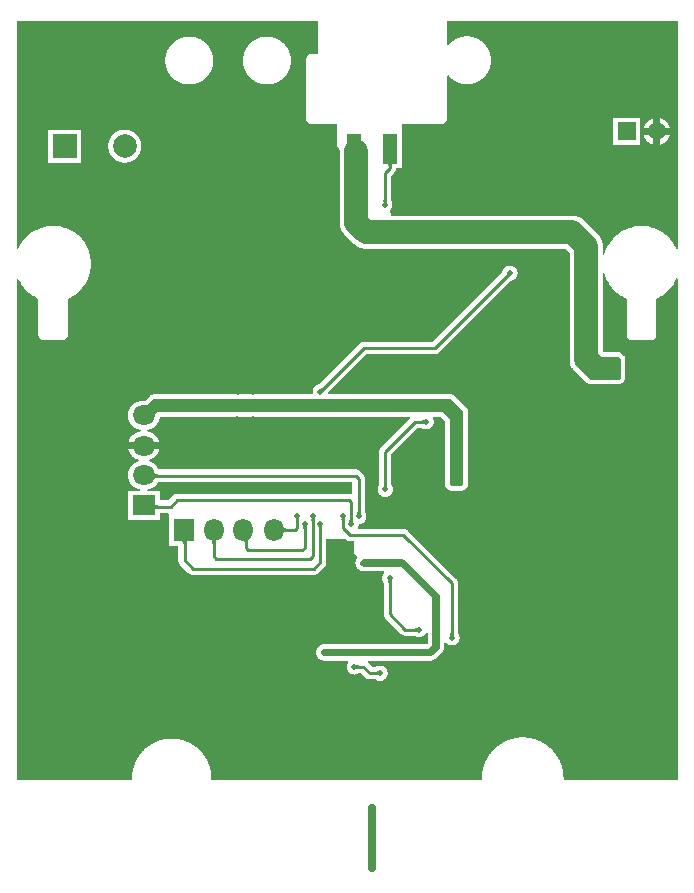
<source format=gbl>
G04*
G04 #@! TF.GenerationSoftware,Altium Limited,Altium Designer,21.0.8 (223)*
G04*
G04 Layer_Physical_Order=2*
G04 Layer_Color=16711680*
%FSTAX24Y24*%
%MOIN*%
G70*
G04*
G04 #@! TF.SameCoordinates,EFB7B91B-664B-4525-AB40-38F40083A00E*
G04*
G04*
G04 #@! TF.FilePolarity,Positive*
G04*
G01*
G75*
%ADD10C,0.0100*%
%ADD31R,0.0472X0.0984*%
%ADD68C,0.0256*%
%ADD71C,0.0787*%
%ADD72C,0.0200*%
%ADD76O,0.0650X0.0750*%
%ADD77R,0.0650X0.0750*%
%ADD78C,0.0787*%
%ADD79R,0.0787X0.0787*%
%ADD80O,0.0750X0.0650*%
%ADD81R,0.0750X0.0650*%
%ADD82C,0.0591*%
%ADD83R,0.0591X0.0591*%
%ADD84C,0.0197*%
%ADD85C,0.0236*%
G36*
X035551Y042853D02*
X035501Y042843D01*
X035472Y042914D01*
X035469Y04292D01*
X035466Y042926D01*
X035463Y042932D01*
X03539Y043058D01*
X035387Y043064D01*
X035383Y043069D01*
X035379Y043075D01*
X03529Y04319D01*
X035286Y043195D01*
X035282Y043201D01*
X035277Y043206D01*
X035174Y043308D01*
X035169Y043313D01*
X035164Y043318D01*
X035159Y043322D01*
X035043Y04341D01*
X035038Y043414D01*
X035032Y043418D01*
X035026Y043422D01*
X034901Y043494D01*
X034898Y043496D01*
X034894Y043498D01*
X034888Y043501D01*
X034882Y043503D01*
X034748Y043559D01*
X034741Y043562D01*
X034735Y043564D01*
X034728Y043566D01*
X034588Y043603D01*
X034581Y043605D01*
X034575Y043606D01*
X034568Y043607D01*
X034424Y043626D01*
X034417Y043627D01*
X03441Y043627D01*
X034403Y043628D01*
X034258D01*
X034251Y043627D01*
X034244Y043627D01*
X034238Y043626D01*
X034094Y043607D01*
X034087Y043606D01*
X03408Y043605D01*
X034073Y043603D01*
X033933Y043566D01*
X033926Y043564D01*
X03392Y043562D01*
X033917Y04356D01*
X033914Y043559D01*
X033779Y043503D01*
X033773Y043501D01*
X033767Y043498D01*
X033761Y043494D01*
X033635Y043422D01*
X033629Y043418D01*
X033624Y043414D01*
X033618Y04341D01*
X033503Y043322D01*
X033497Y043318D01*
X033492Y043313D01*
X033487Y043308D01*
X033385Y043206D01*
X03338Y043201D01*
X033375Y043195D01*
X033371Y04319D01*
X033283Y043075D01*
X033279Y043069D01*
X033275Y043064D01*
X033271Y043058D01*
X033199Y042932D01*
X033197Y04293D01*
X033195Y042926D01*
X033192Y04292D01*
X033189Y042914D01*
X033134Y042779D01*
X033131Y042773D01*
X033129Y042766D01*
X033127Y04276D01*
X033098Y042649D01*
X033048Y042655D01*
Y042952D01*
X033047Y042965D01*
X033047Y042978D01*
X033046Y04299D01*
X033045Y043003D01*
X033044Y043016D01*
X033042Y043028D01*
X03304Y043041D01*
X033038Y043054D01*
X033036Y043066D01*
X033033Y043078D01*
X03303Y043091D01*
X033026Y043103D01*
X033023Y043115D01*
X033019Y043127D01*
X033015Y043139D01*
X03301Y043151D01*
X033006Y043163D01*
X033001Y043175D01*
X032995Y043186D01*
X03299Y043198D01*
X032984Y043209D01*
X032978Y04322D01*
X032972Y043232D01*
X032965Y043242D01*
X032958Y043253D01*
X032951Y043264D01*
X032944Y043274D01*
X032936Y043284D01*
X032928Y043294D01*
X03292Y043304D01*
X032912Y043314D01*
X032904Y043324D01*
X032895Y043333D01*
X032886Y043342D01*
X032425Y043803D01*
X032416Y043812D01*
X032406Y043821D01*
X032397Y043829D01*
X032387Y043838D01*
X032377Y043846D01*
X032367Y043853D01*
X032357Y043861D01*
X032347Y043868D01*
X032336Y043875D01*
X032325Y043882D01*
X032314Y043889D01*
X032303Y043895D01*
X032292Y043901D01*
X032281Y043907D01*
X032269Y043912D01*
X032258Y043918D01*
X032246Y043923D01*
X032234Y043927D01*
X032222Y043932D01*
X03221Y043936D01*
X032198Y04394D01*
X032186Y043944D01*
X032174Y043947D01*
X032161Y04395D01*
X032149Y043953D01*
X032136Y043955D01*
X032124Y043958D01*
X032111Y043959D01*
X032099Y043961D01*
X032086Y043962D01*
X032073Y043963D01*
X032061Y043964D01*
X032048Y043965D01*
X032035Y043965D01*
X026001D01*
X025946Y044143D01*
X025951Y044148D01*
X025957Y044154D01*
X025963Y04416D01*
X025969Y044167D01*
X025975Y044173D01*
X02598Y04418D01*
X025985Y044187D01*
X02599Y044195D01*
X025995Y044202D01*
X025999Y04421D01*
X026003Y044217D01*
X026007Y044225D01*
X026011Y044233D01*
X026014Y044241D01*
X026017Y044249D01*
X02602Y044258D01*
X026023Y044266D01*
X026025Y044274D01*
X026027Y044283D01*
X026028Y044292D01*
X02603Y0443D01*
X026031Y044309D01*
X026032Y044318D01*
X026032Y044326D01*
X026032Y044335D01*
X026032Y044344D01*
X026032Y044352D01*
X026031Y044361D01*
X02603Y04437D01*
X026028Y044378D01*
X026027Y044387D01*
X026025Y044396D01*
X026023Y044404D01*
X02602Y044412D01*
X026017Y044421D01*
X026014Y044429D01*
X026011Y044437D01*
X026007Y044445D01*
X026003Y044453D01*
X025999Y04446D01*
X025995Y044468D01*
X02599Y044475D01*
X025985Y044483D01*
X025984Y044485D01*
Y045285D01*
X026092Y045393D01*
X026097Y045398D01*
X026102Y045404D01*
X026107Y04541D01*
X026112Y045416D01*
X026116Y045422D01*
X026121Y045429D01*
X026125Y045436D01*
X026128Y045442D01*
X026132Y045449D01*
X026135Y045456D01*
X026138Y045464D01*
X026141Y045471D01*
X026143Y045478D01*
X026145Y045486D01*
X026147Y045493D01*
X026149Y045501D01*
X02615Y045508D01*
X026151Y045516D01*
X026152Y045524D01*
X026152Y045532D01*
X026152Y045539D01*
Y045553D01*
X026339D01*
Y046852D01*
X026339Y046852D01*
X026339Y047008D01*
X027654D01*
X027661Y047008D01*
X027669Y047008D01*
X027677Y047009D01*
X027684Y04701D01*
X027692Y047012D01*
X0277Y047013D01*
X027707Y047015D01*
X027714Y047017D01*
X027722Y04702D01*
X027729Y047023D01*
X027736Y047026D01*
X027743Y047029D01*
X02775Y047033D01*
X027756Y047037D01*
X027763Y047041D01*
X027769Y047045D01*
X027775Y04705D01*
X027781Y047055D01*
X027787Y04706D01*
X027793Y047066D01*
X027798Y047071D01*
X027803Y047077D01*
X027808Y047083D01*
X027813Y047089D01*
X027817Y047095D01*
X027821Y047102D01*
X027825Y047109D01*
X027829Y047115D01*
X027832Y047122D01*
X027835Y047129D01*
X027838Y047137D01*
X027841Y047144D01*
X027843Y047151D01*
X027845Y047159D01*
X027847Y047166D01*
X027848Y047174D01*
X027849Y047182D01*
X02785Y047189D01*
X02785Y047197D01*
X02785Y047205D01*
X02785Y047212D01*
X02785Y047213D01*
X02785Y047213D01*
X02785Y04722D01*
Y048625D01*
X027868Y048636D01*
X0279Y048642D01*
X027903Y048639D01*
X027913Y048627D01*
X027923Y048616D01*
X027934Y048604D01*
X027944Y048593D01*
X027955Y048581D01*
X027967Y04857D01*
X027978Y04856D01*
X02799Y048549D01*
X028001Y048539D01*
X028013Y048529D01*
X028026Y048519D01*
X028038Y048509D01*
X028051Y0485D01*
X028063Y048491D01*
X028076Y048482D01*
X028089Y048474D01*
X028103Y048465D01*
X028116Y048457D01*
X02813Y048449D01*
X028143Y048442D01*
X028157Y048435D01*
X028171Y048428D01*
X028186Y048421D01*
X0282Y048414D01*
X028214Y048408D01*
X028229Y048403D01*
X028243Y048397D01*
X028258Y048392D01*
X028273Y048387D01*
X028288Y048382D01*
X028303Y048378D01*
X028318Y048373D01*
X028333Y04837D01*
X028349Y048366D01*
X028364Y048363D01*
X028379Y04836D01*
X028395Y048357D01*
X02841Y048355D01*
X028426Y048353D01*
X028441Y048351D01*
X028457Y04835D01*
X028473Y048349D01*
X028488Y048348D01*
X028504Y048348D01*
X02852Y048348D01*
X028535Y048348D01*
X028551Y048348D01*
X028567Y048349D01*
X028582Y04835D01*
X028598Y048351D01*
X028613Y048353D01*
X028629Y048355D01*
X028645Y048357D01*
X02866Y04836D01*
X028675Y048363D01*
X028691Y048366D01*
X028706Y04837D01*
X028721Y048373D01*
X028736Y048378D01*
X028751Y048382D01*
X028766Y048387D01*
X028781Y048392D01*
X028796Y048397D01*
X028811Y048403D01*
X028825Y048408D01*
X02884Y048414D01*
X028854Y048421D01*
X028868Y048428D01*
X028882Y048435D01*
X028896Y048442D01*
X02891Y048449D01*
X028923Y048457D01*
X028937Y048465D01*
X02895Y048474D01*
X028963Y048482D01*
X028976Y048491D01*
X028989Y0485D01*
X029001Y048509D01*
X029014Y048519D01*
X029026Y048529D01*
X029038Y048539D01*
X02905Y048549D01*
X029061Y04856D01*
X029073Y04857D01*
X029084Y048581D01*
X029095Y048593D01*
X029106Y048604D01*
X029116Y048616D01*
X029127Y048627D01*
X029137Y048639D01*
X029146Y048652D01*
X029156Y048664D01*
X029165Y048677D01*
X029174Y048689D01*
X029183Y048702D01*
X029192Y048715D01*
X0292Y048729D01*
X029208Y048742D01*
X029216Y048756D01*
X029224Y048769D01*
X029231Y048783D01*
X029238Y048797D01*
X029244Y048812D01*
X029251Y048826D01*
X029257Y04884D01*
X029263Y048855D01*
X029268Y048869D01*
X029274Y048884D01*
X029279Y048899D01*
X029283Y048914D01*
X029288Y048929D01*
X029292Y048944D01*
X029296Y048959D01*
X029299Y048975D01*
X029302Y04899D01*
X029305Y049005D01*
X029308Y049021D01*
X02931Y049036D01*
X029312Y049052D01*
X029314Y049067D01*
X029315Y049083D01*
X029316Y049099D01*
X029317Y049114D01*
X029318Y04913D01*
X029318Y049146D01*
X029318Y049161D01*
X029317Y049177D01*
X029316Y049193D01*
X029315Y049208D01*
X029314Y049224D01*
X029312Y049239D01*
X02931Y049255D01*
X029308Y049271D01*
X029305Y049286D01*
X029302Y049301D01*
X029299Y049317D01*
X029296Y049332D01*
X029292Y049347D01*
X029288Y049362D01*
X029283Y049377D01*
X029279Y049392D01*
X029274Y049407D01*
X029268Y049422D01*
X029263Y049437D01*
X029257Y049451D01*
X029251Y049465D01*
X029244Y04948D01*
X029238Y049494D01*
X029231Y049508D01*
X029224Y049522D01*
X029216Y049536D01*
X029208Y049549D01*
X0292Y049563D01*
X029192Y049576D01*
X029183Y049589D01*
X029174Y049602D01*
X029165Y049615D01*
X029156Y049627D01*
X029146Y04964D01*
X029137Y049652D01*
X029127Y049664D01*
X029116Y049676D01*
X029106Y049687D01*
X029095Y049699D01*
X029084Y04971D01*
X029073Y049721D01*
X029061Y049732D01*
X02905Y049742D01*
X029038Y049753D01*
X029026Y049763D01*
X029014Y049772D01*
X029001Y049782D01*
X028989Y049791D01*
X028976Y0498D01*
X028963Y049809D01*
X02895Y049818D01*
X028937Y049826D01*
X028923Y049834D01*
X02891Y049842D01*
X028896Y04985D01*
X028882Y049857D01*
X028868Y049864D01*
X028854Y04987D01*
X02884Y049877D01*
X028825Y049883D01*
X028811Y049889D01*
X028796Y049894D01*
X028781Y0499D01*
X028766Y049905D01*
X028751Y049909D01*
X028736Y049914D01*
X028721Y049918D01*
X028706Y049922D01*
X028691Y049925D01*
X028675Y049928D01*
X02866Y049931D01*
X028645Y049934D01*
X028629Y049936D01*
X028613Y049938D01*
X028598Y04994D01*
X028582Y049941D01*
X028567Y049942D01*
X028551Y049943D01*
X028535Y049944D01*
X02852Y049944D01*
X028504Y049944D01*
X028488Y049943D01*
X028473Y049942D01*
X028457Y049941D01*
X028441Y04994D01*
X028426Y049938D01*
X02841Y049936D01*
X028395Y049934D01*
X028379Y049931D01*
X028364Y049928D01*
X028349Y049925D01*
X028333Y049922D01*
X028318Y049918D01*
X028303Y049914D01*
X028288Y049909D01*
X028273Y049905D01*
X028258Y0499D01*
X028243Y049894D01*
X028229Y049889D01*
X028214Y049883D01*
X0282Y049877D01*
X028186Y04987D01*
X028171Y049864D01*
X028157Y049857D01*
X028143Y04985D01*
X02813Y049842D01*
X028116Y049834D01*
X028103Y049826D01*
X028089Y049818D01*
X028076Y049809D01*
X028063Y0498D01*
X028051Y049791D01*
X028038Y049782D01*
X028026Y049772D01*
X028013Y049763D01*
X028001Y049753D01*
X02799Y049742D01*
X027978Y049732D01*
X027967Y049721D01*
X027955Y04971D01*
X027944Y049699D01*
X027934Y049687D01*
X027923Y049676D01*
X027913Y049664D01*
X027903Y049652D01*
X0279Y049649D01*
X027868Y049655D01*
X02785Y049667D01*
Y050445D01*
X035551Y050445D01*
Y042853D01*
D02*
G37*
G36*
X026035Y045712D02*
X026027Y045709D01*
X026019Y045704D01*
X026013Y045697D01*
X026007Y045688D01*
X026003Y045677D01*
X025999Y045663D01*
X025997Y045648D01*
X025995Y045631D01*
X025995Y045612D01*
X025895D01*
X025894Y045631D01*
X025893Y045648D01*
X02589Y045663D01*
X025887Y045677D01*
X025882Y045688D01*
X025877Y045697D01*
X02587Y045704D01*
X025863Y045709D01*
X025854Y045712D01*
X025845Y045713D01*
X026045D01*
X026035Y045712D01*
D02*
G37*
G36*
X025826Y044468D02*
X025828Y044449D01*
X025829Y044441D01*
X025831Y044433D01*
X025833Y044426D01*
X025835Y04442D01*
X025838Y044414D01*
X025842Y044409D01*
X025845Y044405D01*
X025707D01*
X025711Y044409D01*
X025714Y044414D01*
X025717Y04442D01*
X025719Y044426D01*
X025721Y044433D01*
X025723Y044441D01*
X025724Y044449D01*
X025725Y044458D01*
X025726Y044479D01*
X025826D01*
X025826Y044468D01*
D02*
G37*
G36*
X023543Y04937D02*
X023354D01*
X023347Y04937D01*
X023339Y04937D01*
X023331Y049369D01*
X023324Y049368D01*
X023316Y049366D01*
X023308Y049365D01*
X023301Y049363D01*
X023293Y04936D01*
X023286Y049358D01*
X023279Y049355D01*
X023272Y049352D01*
X023265Y049349D01*
X023258Y049345D01*
X023251Y049341D01*
X023245Y049337D01*
X023239Y049333D01*
X023232Y049328D01*
X023226Y049323D01*
X023221Y049318D01*
X023215Y049312D01*
X02321Y049307D01*
X023205Y049301D01*
X0232Y049295D01*
X023195Y049289D01*
X023191Y049283D01*
X023186Y049276D01*
X023183Y049269D01*
X023179Y049263D01*
X023176Y049256D01*
X023172Y049249D01*
X02317Y049241D01*
X023167Y049234D01*
X023165Y049227D01*
X023163Y049219D01*
X023161Y049212D01*
X02316Y049204D01*
X023159Y049196D01*
X023158Y049189D01*
X023158Y049181D01*
X023157Y049173D01*
Y047205D01*
X023158Y047197D01*
X023158Y047189D01*
X023159Y047182D01*
X02316Y047174D01*
X023161Y047166D01*
X023163Y047159D01*
X023165Y047151D01*
X023167Y047144D01*
X02317Y047137D01*
X023172Y047129D01*
X023176Y047122D01*
X023179Y047115D01*
X023183Y047109D01*
X023186Y047102D01*
X023191Y047095D01*
X023195Y047089D01*
X0232Y047083D01*
X023205Y047077D01*
X02321Y047071D01*
X023215Y047066D01*
X023221Y04706D01*
X023226Y047055D01*
X023232Y04705D01*
X023239Y047045D01*
X023245Y047041D01*
X023251Y047037D01*
X023258Y047033D01*
X023265Y047029D01*
X023272Y047026D01*
X023279Y047023D01*
X023286Y04702D01*
X023293Y047017D01*
X023301Y047015D01*
X023308Y047013D01*
X023316Y047012D01*
X023324Y04701D01*
X023331Y047009D01*
X023339Y047008D01*
X023347Y047008D01*
X023354Y047008D01*
X024181D01*
Y04628D01*
X02426Y046201D01*
X024274Y046157D01*
X024274Y046155D01*
X024273Y046143D01*
X024272Y04613D01*
X024272Y046117D01*
X024272Y046104D01*
Y043736D01*
X024272Y043724D01*
X024272Y043711D01*
X024273Y043698D01*
X024274Y043686D01*
X024275Y043673D01*
X024277Y04366D01*
X024279Y043648D01*
X024281Y043635D01*
X024283Y043623D01*
X024286Y04361D01*
X024289Y043598D01*
X024293Y043586D01*
X024296Y043573D01*
X0243Y043561D01*
X024304Y043549D01*
X024309Y043537D01*
X024314Y043525D01*
X024319Y043514D01*
X024324Y043502D01*
X024329Y043491D01*
X024335Y043479D01*
X024341Y043468D01*
X024348Y043457D01*
X024354Y043446D01*
X024361Y043435D01*
X024368Y043425D01*
X024375Y043414D01*
X024383Y043404D01*
X024391Y043394D01*
X024399Y043384D01*
X024407Y043375D01*
X024415Y043365D01*
X024424Y043356D01*
X024433Y043347D01*
X024756Y043024D01*
X024765Y043015D01*
X024774Y043006D01*
X024784Y042998D01*
X024794Y042989D01*
X024803Y042981D01*
X024814Y042974D01*
X024824Y042966D01*
X024834Y042959D01*
X024845Y042952D01*
X024856Y042945D01*
X024866Y042938D01*
X024877Y042932D01*
X024889Y042926D01*
X0249Y04292D01*
X024911Y042915D01*
X024923Y042909D01*
X024935Y042904D01*
X024947Y042899D01*
X024959Y042895D01*
X024971Y042891D01*
X024983Y042887D01*
X024995Y042883D01*
X025007Y04288D01*
X02502Y042877D01*
X025032Y042874D01*
X025044Y042872D01*
X025057Y042869D01*
X02507Y042868D01*
X025082Y042866D01*
X025095Y042865D01*
X025108Y042864D01*
X02512Y042863D01*
X025133Y042862D01*
X025146Y042862D01*
X031807D01*
X031945Y042724D01*
Y039185D01*
X031945Y039172D01*
X031946Y039159D01*
X031946Y039147D01*
X031947Y039134D01*
X031949Y039121D01*
X03195Y039109D01*
X031952Y039096D01*
X031953Y039094D01*
Y039032D01*
X031953Y039025D01*
X031953Y039018D01*
X031954Y039011D01*
X031955Y039004D01*
X031956Y038997D01*
X031958Y038991D01*
X03196Y038984D01*
X031962Y038978D01*
X031965Y038971D01*
X031967Y038965D01*
X031971Y038959D01*
X031974Y038953D01*
X031977Y038947D01*
X031981Y038941D01*
X031985Y038936D01*
X03199Y03893D01*
X031994Y038925D01*
X031999Y03892D01*
X032033Y038886D01*
X032034Y038884D01*
X032042Y038873D01*
X032049Y038863D01*
X032056Y038853D01*
X032064Y038843D01*
X032072Y038833D01*
X03208Y038823D01*
X032089Y038813D01*
X032098Y038804D01*
X032107Y038795D01*
X032116Y038786D01*
X032125Y038777D01*
X032134Y038769D01*
X032144Y038761D01*
X032154Y038753D01*
X032164Y038745D01*
X032174Y038737D01*
X032185Y03873D01*
X032195Y038723D01*
X032197Y038722D01*
X03253Y038389D01*
X032535Y038384D01*
X03254Y038379D01*
X032546Y038375D01*
X032551Y038371D01*
X032557Y038367D01*
X032563Y038364D01*
X032569Y03836D01*
X032575Y038357D01*
X032581Y038354D01*
X032588Y038352D01*
X032594Y03835D01*
X032601Y038348D01*
X032608Y038346D01*
X032614Y038345D01*
X032621Y038344D01*
X032628Y038343D01*
X032635Y038343D01*
X032642Y038342D01*
X033575D01*
X033582Y038343D01*
X033589Y038343D01*
X033595Y038344D01*
X033602Y038345D01*
X033609Y038346D01*
X033616Y038348D01*
X033622Y03835D01*
X033629Y038352D01*
X033635Y038354D01*
X033641Y038357D01*
X033648Y03836D01*
X033654Y038364D01*
X033659Y038367D01*
X033665Y038371D01*
X033671Y038375D01*
X033676Y038379D01*
X033681Y038384D01*
X033686Y038389D01*
X033753Y038456D01*
X033758Y038461D01*
X033762Y038466D01*
X033767Y038471D01*
X033771Y038477D01*
X033775Y038482D01*
X033778Y038488D01*
X033781Y038494D01*
X033784Y0385D01*
X033787Y038507D01*
X03379Y038513D01*
X033792Y03852D01*
X033794Y038526D01*
X033796Y038533D01*
X033797Y03854D01*
X033798Y038546D01*
X033799Y038553D01*
X033799Y03856D01*
X033799Y038567D01*
Y039181D01*
X033799Y039188D01*
X033799Y039195D01*
X033798Y039202D01*
X033797Y039208D01*
X033796Y039215D01*
X033794Y039222D01*
X033792Y039228D01*
X03379Y039235D01*
X033787Y039241D01*
X033784Y039248D01*
X033781Y039254D01*
X033778Y03926D01*
X033775Y039266D01*
X033771Y039271D01*
X033767Y039277D01*
X033762Y039282D01*
X033758Y039288D01*
X033753Y039292D01*
X033667Y039379D01*
X033662Y039384D01*
X033656Y039388D01*
X033651Y039393D01*
X033645Y039397D01*
X03364Y039401D01*
X033634Y039404D01*
X033628Y039407D01*
X033622Y03941D01*
X033615Y039413D01*
X033609Y039416D01*
X033602Y039418D01*
X033596Y03942D01*
X033589Y039422D01*
X033582Y039423D01*
X033576Y039424D01*
X033569Y039425D01*
X033562Y039425D01*
X033555Y039425D01*
X033089D01*
X033048Y039467D01*
Y042058D01*
X033097Y042068D01*
X033097Y042066D01*
X033097Y042065D01*
X033098Y042063D01*
X033098Y042061D01*
X033099Y042059D01*
X033099Y042058D01*
X033099Y042057D01*
X0331Y042055D01*
X033101Y042053D01*
X033155Y041886D01*
X033156Y041884D01*
X033156Y041882D01*
X033157Y041881D01*
X033157Y04188D01*
X033158Y041878D01*
X033159Y041876D01*
X033159Y041874D01*
X03316Y041873D01*
X033161Y041871D01*
X033162Y041869D01*
X033162Y041868D01*
X033163Y041867D01*
X033164Y041865D01*
X033165Y041863D01*
X033245Y041707D01*
X033246Y041705D01*
X033247Y041703D01*
X033247Y041702D01*
X033248Y041701D01*
X033249Y041699D01*
X03325Y041697D01*
X033251Y041696D01*
X033251Y041695D01*
X033253Y041693D01*
X033254Y041692D01*
X033254Y041691D01*
X033255Y041689D01*
X033256Y041688D01*
X033258Y041686D01*
X033361Y041545D01*
X033362Y041543D01*
X033364Y041541D01*
X033364Y04154D01*
X033365Y041539D01*
X033367Y041537D01*
X033368Y041536D01*
X033369Y041535D01*
X03337Y041534D01*
X033371Y041532D01*
X033372Y041531D01*
X033373Y04153D01*
X033374Y041529D01*
X033376Y041527D01*
X033377Y041526D01*
X033502Y041402D01*
X033503Y041401D01*
X033505Y041399D01*
X033506Y041398D01*
X033507Y041398D01*
X033508Y041396D01*
X03351Y041395D01*
X033511Y041394D01*
X033512Y041393D01*
X033514Y041392D01*
X033515Y04139D01*
X033516Y04139D01*
X033517Y041389D01*
X033519Y041388D01*
X033521Y041386D01*
X033663Y041284D01*
X033665Y041283D01*
X033666Y041281D01*
X033667Y041281D01*
X033669Y04128D01*
X03367Y041279D01*
X033672Y041278D01*
X033673Y041277D01*
X033674Y041276D01*
X033676Y041275D01*
X033678Y041274D01*
X033679Y041274D01*
X03368Y041273D01*
X033682Y041272D01*
X033684Y041271D01*
X033837Y041194D01*
Y04D01*
X033837Y04D01*
X033837Y039999D01*
X033837Y039996D01*
X033838Y039994D01*
X033838Y039993D01*
X033838Y039993D01*
X033838Y03999D01*
X033838Y039987D01*
X033838Y039986D01*
X033838Y039986D01*
X033838Y039983D01*
X033839Y039981D01*
X033839Y039978D01*
X03384Y03997D01*
X033841Y039963D01*
X033843Y039956D01*
X033845Y039948D01*
X033847Y039941D01*
X03385Y039934D01*
X033853Y039927D01*
X033856Y03992D01*
X03386Y039914D01*
X033863Y039907D01*
X033867Y039901D01*
X033871Y039895D01*
X033876Y039889D01*
X033881Y039883D01*
X033886Y039877D01*
X033891Y039872D01*
X033896Y039866D01*
X033902Y039861D01*
X033908Y039857D01*
X033914Y039852D01*
X03392Y039848D01*
X033926Y039844D01*
X033933Y03984D01*
X03394Y039837D01*
X033947Y039834D01*
X033953Y039831D01*
X033961Y039828D01*
X033968Y039826D01*
X033975Y039824D01*
X033982Y039822D01*
X03399Y039821D01*
X033997Y03982D01*
X034005Y039819D01*
X034012Y039818D01*
X03402Y039818D01*
X034643D01*
X034644Y039818D01*
X034647Y039818D01*
X03465Y039818D01*
X03465Y039818D01*
X034651Y039818D01*
X034654Y039818D01*
X034656Y039818D01*
X034657Y039818D01*
X034657Y039818D01*
X03466Y039819D01*
X034663Y039819D01*
X034664Y039819D01*
X034664Y039819D01*
X034667Y039819D01*
X034669Y039819D01*
X034672Y03982D01*
X03468Y039821D01*
X034687Y039822D01*
X034694Y039824D01*
X034702Y039826D01*
X034709Y039828D01*
X034716Y039831D01*
X034723Y039834D01*
X03473Y039837D01*
X034736Y03984D01*
X034743Y039844D01*
X034749Y039848D01*
X034755Y039852D01*
X034761Y039857D01*
X034767Y039861D01*
X034773Y039866D01*
X034778Y039872D01*
X034784Y039877D01*
X034789Y039883D01*
X034793Y039889D01*
X034798Y039895D01*
X034802Y039901D01*
X034806Y039907D01*
X03481Y039914D01*
X034813Y03992D01*
X034816Y039927D01*
X034819Y039934D01*
X034822Y039941D01*
X034824Y039948D01*
X034826Y039956D01*
X034828Y039963D01*
X034829Y03997D01*
X03483Y039978D01*
X034831Y039981D01*
X034831Y039987D01*
X034832Y039994D01*
X034832Y04D01*
Y041197D01*
X034984Y041275D01*
X034986Y041276D01*
X034988Y041277D01*
X034989Y041278D01*
X03499Y041278D01*
X034992Y041279D01*
X034994Y04128D01*
X034995Y041281D01*
X034996Y041282D01*
X034998Y041283D01*
X034999Y041284D01*
X035Y041285D01*
X035002Y041286D01*
X035003Y041287D01*
X035005Y041288D01*
X035146Y04139D01*
X035147Y041392D01*
X035149Y041393D01*
X03515Y041394D01*
X035151Y041395D01*
X035153Y041396D01*
X035154Y041397D01*
X035156Y041398D01*
X035157Y041399D01*
X035158Y0414D01*
X03516Y041402D01*
X035161Y041403D01*
X035162Y041404D01*
X035163Y041405D01*
X035165Y041407D01*
X035288Y04153D01*
X035289Y041531D01*
X035291Y041533D01*
X035291Y041534D01*
X035292Y041535D01*
X035294Y041536D01*
X035295Y041538D01*
X035296Y041539D01*
X035297Y04154D01*
X035298Y041542D01*
X0353Y041543D01*
X0353Y041544D01*
X035301Y041545D01*
X035302Y041547D01*
X035304Y041549D01*
X035406Y04169D01*
X035407Y041691D01*
X035408Y041693D01*
X035409Y041694D01*
X03541Y041695D01*
X035411Y041697D01*
X035412Y041699D01*
X035413Y0417D01*
X035414Y041701D01*
X035415Y041703D01*
X035416Y041705D01*
X035416Y041706D01*
X035417Y041707D01*
X035418Y041709D01*
X035419Y041711D01*
X035498Y041866D01*
X035499Y041868D01*
X0355Y04187D01*
X0355Y041871D01*
X035501Y041872D01*
X035502Y041874D01*
X035503Y041876D01*
X035503Y041877D01*
X035504Y041878D01*
X035504Y04188D01*
X035551Y041863D01*
X035551Y025142D01*
X031787D01*
X031771Y025152D01*
X031741Y025192D01*
X031741Y025192D01*
X031742Y025213D01*
X031741Y025233D01*
X031741Y025254D01*
X03174Y025274D01*
X031739Y025295D01*
X031738Y025315D01*
X031736Y025336D01*
X031734Y025357D01*
X031732Y025377D01*
X031729Y025397D01*
X031726Y025418D01*
X031723Y025438D01*
X031719Y025458D01*
X031715Y025479D01*
X031711Y025499D01*
X031707Y025519D01*
X031702Y025539D01*
X031697Y025559D01*
X031691Y025579D01*
X031686Y025599D01*
X03168Y025618D01*
X031674Y025638D01*
X031667Y025657D01*
X03166Y025677D01*
X031653Y025696D01*
X031646Y025715D01*
X031638Y025734D01*
X03163Y025753D01*
X031621Y025772D01*
X031613Y025791D01*
X031604Y02581D01*
X031595Y025828D01*
X031585Y025846D01*
X031576Y025864D01*
X031566Y025882D01*
X031555Y0259D01*
X031545Y025918D01*
X031534Y025936D01*
X031523Y025953D01*
X031512Y02597D01*
X0315Y025987D01*
X031488Y026004D01*
X031476Y026021D01*
X031464Y026037D01*
X031451Y026054D01*
X031439Y02607D01*
X031425Y026086D01*
X031412Y026101D01*
X031399Y026117D01*
X031385Y026132D01*
X031371Y026147D01*
X031357Y026162D01*
X031342Y026177D01*
X031328Y026191D01*
X031313Y026206D01*
X031298Y02622D01*
X031282Y026233D01*
X031267Y026247D01*
X031251Y02626D01*
X031235Y026273D01*
X031219Y026286D01*
X031203Y026299D01*
X031186Y026311D01*
X031169Y026323D01*
X031153Y026335D01*
X031136Y026346D01*
X031118Y026358D01*
X031101Y026369D01*
X031083Y02638D01*
X031066Y02639D01*
X031048Y0264D01*
X03103Y02641D01*
X031012Y02642D01*
X030993Y026429D01*
X030975Y026439D01*
X030956Y026447D01*
X030938Y026456D01*
X030919Y026464D01*
X0309Y026472D01*
X030881Y02648D01*
X030861Y026488D01*
X030842Y026495D01*
X030823Y026502D01*
X030803Y026508D01*
X030784Y026514D01*
X030764Y02652D01*
X030744Y026526D01*
X030724Y026532D01*
X030704Y026537D01*
X030684Y026541D01*
X030664Y026546D01*
X030644Y02655D01*
X030624Y026554D01*
X030603Y026557D01*
X030583Y026561D01*
X030563Y026564D01*
X030542Y026566D01*
X030522Y026569D01*
X030501Y026571D01*
X030481Y026572D01*
X03046Y026574D01*
X03044Y026575D01*
X030419Y026576D01*
X030399Y026576D01*
X030378Y026576D01*
X030357Y026576D01*
X030337Y026576D01*
X030316Y026575D01*
X030296Y026574D01*
X030275Y026572D01*
X030255Y026571D01*
X030234Y026569D01*
X030214Y026566D01*
X030193Y026564D01*
X030173Y026561D01*
X030152Y026557D01*
X030132Y026554D01*
X030112Y02655D01*
X030092Y026546D01*
X030072Y026541D01*
X030052Y026537D01*
X030032Y026532D01*
X030012Y026526D01*
X029992Y02652D01*
X029972Y026514D01*
X029953Y026508D01*
X029933Y026502D01*
X029914Y026495D01*
X029894Y026488D01*
X029875Y02648D01*
X029856Y026472D01*
X029837Y026464D01*
X029818Y026456D01*
X0298Y026447D01*
X029781Y026439D01*
X029763Y026429D01*
X029744Y02642D01*
X029726Y02641D01*
X029708Y0264D01*
X02969Y02639D01*
X029673Y02638D01*
X029655Y026369D01*
X029638Y026358D01*
X02962Y026346D01*
X029603Y026335D01*
X029586Y026323D01*
X02957Y026311D01*
X029553Y026299D01*
X029537Y026286D01*
X029521Y026273D01*
X029505Y02626D01*
X029489Y026247D01*
X029474Y026233D01*
X029458Y02622D01*
X029443Y026206D01*
X029428Y026191D01*
X029414Y026177D01*
X029399Y026162D01*
X029385Y026147D01*
X029371Y026132D01*
X029357Y026117D01*
X029344Y026101D01*
X02933Y026086D01*
X029317Y02607D01*
X029305Y026054D01*
X029292Y026037D01*
X02928Y026021D01*
X029268Y026004D01*
X029256Y025987D01*
X029244Y02597D01*
X029233Y025953D01*
X029222Y025936D01*
X029211Y025918D01*
X0292Y0259D01*
X02919Y025882D01*
X02918Y025864D01*
X029171Y025846D01*
X029161Y025828D01*
X029152Y02581D01*
X029143Y025791D01*
X029134Y025772D01*
X029126Y025753D01*
X029118Y025734D01*
X02911Y025715D01*
X029103Y025696D01*
X029096Y025677D01*
X029089Y025657D01*
X029082Y025638D01*
X029076Y025618D01*
X02907Y025599D01*
X029064Y025579D01*
X029059Y025559D01*
X029054Y025539D01*
X029049Y025519D01*
X029045Y025499D01*
X029041Y025479D01*
X029037Y025458D01*
X029033Y025438D01*
X02903Y025418D01*
X029027Y025397D01*
X029024Y025377D01*
X029022Y025357D01*
X02902Y025336D01*
X029018Y025315D01*
X029017Y025295D01*
X029016Y025274D01*
X029015Y025254D01*
X029014Y025233D01*
X029014Y025213D01*
X029014Y025192D01*
X029014Y025192D01*
X028985Y025152D01*
X028969Y025142D01*
X020046D01*
X02003Y025153D01*
X020001Y025192D01*
X020001Y025193D01*
X020001Y025213D01*
X020001Y025233D01*
X020001Y025253D01*
X02Y025273D01*
X019999Y025293D01*
X019998Y025313D01*
X019996Y025332D01*
X019994Y025352D01*
X019992Y025372D01*
X019989Y025392D01*
X019986Y025412D01*
X019983Y025432D01*
X01998Y025451D01*
X019976Y025471D01*
X019972Y025491D01*
X019968Y02551D01*
X019963Y02553D01*
X019958Y025549D01*
X019953Y025568D01*
X019947Y025587D01*
X019941Y025607D01*
X019935Y025626D01*
X019929Y025645D01*
X019922Y025663D01*
X019915Y025682D01*
X019908Y025701D01*
X019901Y025719D01*
X019893Y025738D01*
X019885Y025756D01*
X019876Y025774D01*
X019868Y025792D01*
X019859Y02581D01*
X01985Y025828D01*
X01984Y025846D01*
X019831Y025863D01*
X019821Y02588D01*
X01981Y025898D01*
X0198Y025915D01*
X019789Y025932D01*
X019778Y025948D01*
X019767Y025965D01*
X019756Y025981D01*
X019744Y025997D01*
X019732Y026013D01*
X01972Y026029D01*
X019707Y026045D01*
X019694Y02606D01*
X019682Y026076D01*
X019668Y026091D01*
X019655Y026106D01*
X019641Y02612D01*
X019628Y026135D01*
X019614Y026149D01*
X019599Y026163D01*
X019585Y026177D01*
X01957Y02619D01*
X019555Y026204D01*
X01954Y026217D01*
X019525Y02623D01*
X01951Y026243D01*
X019494Y026255D01*
X019478Y026267D01*
X019462Y026279D01*
X019446Y026291D01*
X019429Y026302D01*
X019413Y026314D01*
X019396Y026325D01*
X019379Y026335D01*
X019362Y026346D01*
X019345Y026356D01*
X019328Y026366D01*
X01931Y026376D01*
X019293Y026385D01*
X019275Y026394D01*
X019257Y026403D01*
X019239Y026412D01*
X019221Y02642D01*
X019202Y026428D01*
X019184Y026436D01*
X019165Y026444D01*
X019147Y026451D01*
X019128Y026458D01*
X019109Y026464D01*
X01909Y026471D01*
X019071Y026477D01*
X019052Y026483D01*
X019033Y026488D01*
X019013Y026493D01*
X018994Y026498D01*
X018975Y026503D01*
X018955Y026507D01*
X018936Y026511D01*
X018916Y026515D01*
X018896Y026519D01*
X018876Y026522D01*
X018857Y026525D01*
X018837Y026527D01*
X018817Y026529D01*
X018797Y026531D01*
X018777Y026533D01*
X018757Y026534D01*
X018737Y026535D01*
X018717Y026536D01*
X018697Y026537D01*
X018677Y026537D01*
X018657Y026537D01*
X018637Y026536D01*
X018617Y026535D01*
X018597Y026534D01*
X018577Y026533D01*
X018557Y026531D01*
X018537Y026529D01*
X018518Y026527D01*
X018498Y026525D01*
X018478Y026522D01*
X018458Y026519D01*
X018438Y026515D01*
X018419Y026511D01*
X018399Y026507D01*
X01838Y026503D01*
X01836Y026498D01*
X018341Y026493D01*
X018322Y026488D01*
X018302Y026483D01*
X018283Y026477D01*
X018264Y026471D01*
X018245Y026464D01*
X018226Y026458D01*
X018208Y026451D01*
X018189Y026444D01*
X01817Y026436D01*
X018152Y026428D01*
X018134Y02642D01*
X018116Y026412D01*
X018097Y026403D01*
X01808Y026394D01*
X018062Y026385D01*
X018044Y026376D01*
X018027Y026366D01*
X018009Y026356D01*
X017992Y026346D01*
X017975Y026335D01*
X017958Y026325D01*
X017941Y026314D01*
X017925Y026302D01*
X017909Y026291D01*
X017892Y026279D01*
X017876Y026267D01*
X01786Y026255D01*
X017845Y026243D01*
X017829Y02623D01*
X017814Y026217D01*
X017799Y026204D01*
X017784Y02619D01*
X017769Y026177D01*
X017755Y026163D01*
X017741Y026149D01*
X017727Y026135D01*
X017713Y02612D01*
X017699Y026106D01*
X017686Y026091D01*
X017673Y026076D01*
X01766Y02606D01*
X017647Y026045D01*
X017635Y026029D01*
X017623Y026013D01*
X017611Y025997D01*
X017599Y025981D01*
X017587Y025965D01*
X017576Y025948D01*
X017565Y025932D01*
X017554Y025915D01*
X017544Y025898D01*
X017534Y02588D01*
X017524Y025863D01*
X017514Y025846D01*
X017505Y025828D01*
X017495Y02581D01*
X017487Y025792D01*
X017478Y025774D01*
X01747Y025756D01*
X017462Y025738D01*
X017454Y025719D01*
X017446Y025701D01*
X017439Y025682D01*
X017432Y025663D01*
X017425Y025645D01*
X017419Y025626D01*
X017413Y025607D01*
X017407Y025587D01*
X017402Y025568D01*
X017396Y025549D01*
X017391Y02553D01*
X017387Y02551D01*
X017382Y025491D01*
X017378Y025471D01*
X017375Y025451D01*
X017371Y025432D01*
X017368Y025412D01*
X017365Y025392D01*
X017363Y025372D01*
X01736Y025352D01*
X017358Y025332D01*
X017357Y025313D01*
X017355Y025293D01*
X017354Y025273D01*
X017354Y025253D01*
X017353Y025233D01*
X017353Y025213D01*
X017353Y025193D01*
X017353Y025192D01*
X017325Y025153D01*
X017308Y025142D01*
X013504D01*
X013504Y041864D01*
X013551Y041881D01*
X013551Y041879D01*
X013552Y041877D01*
X013553Y041876D01*
X013553Y041875D01*
X013554Y041873D01*
X013555Y041871D01*
X013555Y041869D01*
X013556Y041868D01*
X013557Y041866D01*
X013558Y041865D01*
X013637Y041709D01*
X013638Y041707D01*
X013639Y041705D01*
X01364Y041704D01*
X013641Y041703D01*
X013642Y041701D01*
X013643Y041699D01*
X013643Y041698D01*
X013644Y041697D01*
X013645Y041695D01*
X013646Y041693D01*
X013647Y041692D01*
X013648Y041691D01*
X013649Y04169D01*
X01365Y041688D01*
X013753Y041547D01*
X013754Y041545D01*
X013756Y041543D01*
X013756Y041542D01*
X013757Y041541D01*
X013759Y041539D01*
X01376Y041538D01*
X013761Y041537D01*
X013762Y041536D01*
X013763Y041534D01*
X013764Y041533D01*
X013765Y041532D01*
X013766Y041531D01*
X013768Y041529D01*
X013769Y041528D01*
X013893Y041404D01*
X013894Y041403D01*
X013896Y041402D01*
X013897Y041401D01*
X013898Y0414D01*
X013899Y041398D01*
X013901Y041397D01*
X013902Y041396D01*
X013903Y041395D01*
X013905Y041394D01*
X013906Y041392D01*
X013907Y041392D01*
X013908Y041391D01*
X01391Y04139D01*
X013912Y041388D01*
X014053Y041286D01*
X014055Y041285D01*
X014057Y041284D01*
X014058Y041283D01*
X014059Y041282D01*
X014061Y041281D01*
X014063Y04128D01*
X014064Y041279D01*
X014065Y041278D01*
X014067Y041277D01*
X014068Y041276D01*
X01407Y041276D01*
X014071Y041275D01*
X014073Y041274D01*
X014074Y041273D01*
X014227Y041196D01*
Y04D01*
X014227Y04D01*
X014227Y039999D01*
X014227Y039996D01*
X014227Y039993D01*
X014227Y039993D01*
X014227Y039992D01*
X014228Y039989D01*
X014228Y039986D01*
X014228Y039986D01*
X014228Y039985D01*
X014228Y039982D01*
X014228Y03998D01*
X014229Y039977D01*
X01423Y03997D01*
X014231Y039963D01*
X014233Y039955D01*
X014235Y039948D01*
X014237Y039941D01*
X01424Y039934D01*
X014243Y039927D01*
X014246Y03992D01*
X014249Y039913D01*
X014253Y039907D01*
X014257Y0399D01*
X014261Y039894D01*
X014266Y039888D01*
X01427Y039882D01*
X014275Y039877D01*
X014281Y039871D01*
X014286Y039866D01*
X014292Y039861D01*
X014298Y039856D01*
X014304Y039852D01*
X01431Y039848D01*
X014316Y039844D01*
X014323Y03984D01*
X014329Y039836D01*
X014336Y039833D01*
X014343Y03983D01*
X01435Y039828D01*
X014357Y039825D01*
X014365Y039823D01*
X014372Y039822D01*
X014379Y03982D01*
X014387Y039819D01*
X014394Y039818D01*
X014402Y039818D01*
X014409Y039818D01*
X015032D01*
X015033Y039818D01*
X015037Y039818D01*
X015039Y039818D01*
X01504Y039818D01*
X01504Y039818D01*
X015043Y039818D01*
X015046Y039818D01*
X015047Y039818D01*
X015047Y039818D01*
X01505Y039818D01*
X015053Y039818D01*
X015054Y039818D01*
X015054Y039818D01*
X015057Y039819D01*
X015059Y039819D01*
X015062Y039819D01*
X015069Y03982D01*
X015077Y039822D01*
X015084Y039823D01*
X015091Y039825D01*
X015099Y039828D01*
X015106Y03983D01*
X015113Y039833D01*
X015119Y039836D01*
X015126Y03984D01*
X015133Y039844D01*
X015139Y039848D01*
X015145Y039852D01*
X015151Y039856D01*
X015157Y039861D01*
X015163Y039866D01*
X015168Y039871D01*
X015173Y039877D01*
X015178Y039882D01*
X015183Y039888D01*
X015188Y039894D01*
X015192Y0399D01*
X015196Y039907D01*
X0152Y039913D01*
X015203Y03992D01*
X015206Y039927D01*
X015209Y039934D01*
X015212Y039941D01*
X015214Y039948D01*
X015216Y039955D01*
X015218Y039963D01*
X015219Y03997D01*
X01522Y039977D01*
X01522Y03998D01*
X015221Y039986D01*
X015221Y039993D01*
X015222Y04D01*
Y041196D01*
X015374Y041273D01*
X015376Y041274D01*
X015378Y041275D01*
X015379Y041276D01*
X01538Y041276D01*
X015382Y041277D01*
X015384Y041278D01*
X015385Y041279D01*
X015386Y04128D01*
X015388Y041281D01*
X01539Y041282D01*
X015391Y041283D01*
X015392Y041284D01*
X015394Y041285D01*
X015395Y041286D01*
X015537Y041388D01*
X015539Y04139D01*
X01554Y041391D01*
X015541Y041392D01*
X015543Y041392D01*
X015544Y041394D01*
X015546Y041395D01*
X015547Y041396D01*
X015548Y041397D01*
X015549Y041398D01*
X015551Y0414D01*
X015552Y041401D01*
X015553Y041402D01*
X015554Y041403D01*
X015556Y041404D01*
X01568Y041528D01*
X015681Y041529D01*
X015683Y041531D01*
X015683Y041532D01*
X015684Y041533D01*
X015686Y041534D01*
X015687Y041536D01*
X015688Y041537D01*
X015689Y041538D01*
X01569Y041539D01*
X015692Y041541D01*
X015692Y041542D01*
X015693Y041543D01*
X015694Y041545D01*
X015696Y041547D01*
X015799Y041688D01*
X0158Y041689D01*
X015801Y041691D01*
X015802Y041692D01*
X015803Y041693D01*
X015804Y041695D01*
X015805Y041697D01*
X015805Y041698D01*
X015806Y041699D01*
X015807Y041701D01*
X015808Y041703D01*
X015809Y041704D01*
X01581Y041705D01*
X015811Y041707D01*
X015812Y041709D01*
X015891Y041865D01*
X015892Y041866D01*
X015893Y041868D01*
X015893Y041869D01*
X015894Y041871D01*
X015895Y041873D01*
X015896Y041875D01*
X015896Y041876D01*
X015897Y041877D01*
X015898Y041879D01*
X015898Y041881D01*
X015899Y041882D01*
X015899Y041883D01*
X0159Y041885D01*
X015901Y041887D01*
X015955Y042054D01*
X015955Y042056D01*
X015956Y042057D01*
X015956Y042059D01*
X015957Y04206D01*
X015957Y042062D01*
X015958Y042064D01*
X015958Y042065D01*
X015958Y042067D01*
X015959Y042069D01*
X015959Y042071D01*
X015959Y042072D01*
X01596Y042073D01*
X01596Y042076D01*
X01596Y042078D01*
X015988Y04225D01*
X015988Y042252D01*
X015988Y042254D01*
X015989Y042256D01*
X015989Y042257D01*
X015989Y042259D01*
X015989Y042261D01*
X015989Y042262D01*
X015989Y042264D01*
X015989Y042266D01*
X01599Y042268D01*
X01599Y042269D01*
X01599Y042271D01*
X01599Y042273D01*
X01599Y042275D01*
Y042435D01*
X01599Y042442D01*
X015989Y042449D01*
X015988Y042455D01*
X015969Y042599D01*
X015968Y042606D01*
X015967Y042613D01*
X015965Y04262D01*
X015928Y04276D01*
X015926Y042766D01*
X015924Y042773D01*
X015922Y042776D01*
X015921Y042779D01*
X015866Y042914D01*
X015863Y04292D01*
X01586Y042926D01*
X015857Y042932D01*
X015784Y043058D01*
X01578Y043064D01*
X015777Y043069D01*
X015772Y043075D01*
X015684Y04319D01*
X01568Y043195D01*
X015675Y043201D01*
X01567Y043206D01*
X015568Y043308D01*
X015563Y043313D01*
X015558Y043318D01*
X015552Y043322D01*
X015437Y04341D01*
X015432Y043414D01*
X015426Y043418D01*
X01542Y043422D01*
X015294Y043494D01*
X015292Y043496D01*
X015288Y043498D01*
X015282Y043501D01*
X015276Y043503D01*
X015142Y043559D01*
X015135Y043562D01*
X015129Y043564D01*
X015122Y043566D01*
X014982Y043603D01*
X014975Y043605D01*
X014968Y043606D01*
X014962Y043607D01*
X014818Y043626D01*
X014811Y043627D01*
X014804Y043627D01*
X014797Y043628D01*
X014652D01*
X014645Y043627D01*
X014638Y043627D01*
X014631Y043626D01*
X014487Y043607D01*
X01448Y043606D01*
X014474Y043605D01*
X014467Y043603D01*
X014327Y043566D01*
X01432Y043564D01*
X014314Y043562D01*
X01431Y04356D01*
X014307Y043559D01*
X014173Y043503D01*
X014167Y043501D01*
X014161Y043498D01*
X014155Y043494D01*
X014029Y043422D01*
X014023Y043418D01*
X014017Y043414D01*
X014012Y04341D01*
X013897Y043322D01*
X013891Y043318D01*
X013886Y043313D01*
X013881Y043308D01*
X013778Y043206D01*
X013774Y043201D01*
X013769Y043195D01*
X013765Y04319D01*
X013676Y043075D01*
X013672Y043069D01*
X013668Y043064D01*
X013665Y043058D01*
X013592Y042932D01*
X013591Y04293D01*
X013589Y042926D01*
X013586Y04292D01*
X013583Y042914D01*
X013554Y042843D01*
X013504Y042853D01*
Y050445D01*
X023543D01*
Y04937D01*
D02*
G37*
G36*
X033024Y039268D02*
X033555D01*
X033642Y039181D01*
Y038567D01*
X033575Y0385D01*
X032642D01*
X03211Y039032D01*
Y039328D01*
X0328Y039492D01*
X033024Y039268D01*
D02*
G37*
%LPC*%
G36*
X034961Y047209D02*
Y04689D01*
X03528D01*
X035277Y0469D01*
X035273Y046912D01*
X035269Y046923D01*
X035265Y046934D01*
X035261Y046945D01*
X035256Y046956D01*
X035251Y046967D01*
X035246Y046977D01*
X03524Y046988D01*
X035235Y046998D01*
X035229Y047008D01*
X035222Y047018D01*
X035216Y047028D01*
X035209Y047038D01*
X035202Y047047D01*
X035194Y047057D01*
X035187Y047066D01*
X035179Y047075D01*
X035171Y047083D01*
X035163Y047092D01*
X035154Y0471D01*
X035145Y047108D01*
X035137Y047116D01*
X035127Y047124D01*
X035118Y047131D01*
X035109Y047138D01*
X035099Y047145D01*
X035089Y047151D01*
X035079Y047158D01*
X035069Y047164D01*
X035059Y04717D01*
X035048Y047175D01*
X035037Y04718D01*
X035027Y047185D01*
X035016Y04719D01*
X035005Y047194D01*
X034994Y047198D01*
X034982Y047202D01*
X034971Y047206D01*
X034961Y047209D01*
D02*
G37*
G36*
X034724D02*
X034714Y047206D01*
X034703Y047202D01*
X034691Y047198D01*
X03468Y047194D01*
X034669Y04719D01*
X034658Y047185D01*
X034648Y04718D01*
X034637Y047175D01*
X034626Y04717D01*
X034616Y047164D01*
X034606Y047158D01*
X034596Y047151D01*
X034586Y047145D01*
X034576Y047138D01*
X034567Y047131D01*
X034558Y047124D01*
X034548Y047116D01*
X03454Y047108D01*
X034531Y0471D01*
X034522Y047092D01*
X034514Y047083D01*
X034506Y047075D01*
X034498Y047066D01*
X034491Y047057D01*
X034483Y047047D01*
X034476Y047038D01*
X034469Y047028D01*
X034463Y047018D01*
X034456Y047008D01*
X03445Y046998D01*
X034445Y046988D01*
X034439Y046977D01*
X034434Y046967D01*
X034429Y046956D01*
X034424Y046945D01*
X03442Y046934D01*
X034416Y046923D01*
X034412Y046912D01*
X034408Y0469D01*
X034405Y04689D01*
X034724D01*
Y047209D01*
D02*
G37*
G36*
X03528Y046654D02*
X034961D01*
Y046335D01*
X034971Y046338D01*
X034982Y046341D01*
X034994Y046345D01*
X035005Y046349D01*
X035016Y046353D01*
X035027Y046358D01*
X035037Y046363D01*
X035048Y046368D01*
X035059Y046374D01*
X035069Y04638D01*
X035079Y046386D01*
X035089Y046392D01*
X035099Y046399D01*
X035109Y046405D01*
X035118Y046412D01*
X035127Y04642D01*
X035137Y046427D01*
X035145Y046435D01*
X035154Y046443D01*
X035163Y046451D01*
X035171Y04646D01*
X035179Y046469D01*
X035187Y046478D01*
X035194Y046487D01*
X035202Y046496D01*
X035209Y046506D01*
X035216Y046515D01*
X035222Y046525D01*
X035229Y046535D01*
X035235Y046545D01*
X03524Y046556D01*
X035246Y046566D01*
X035251Y046577D01*
X035256Y046587D01*
X035261Y046598D01*
X035265Y046609D01*
X035269Y046621D01*
X035273Y046632D01*
X035277Y046643D01*
X03528Y046654D01*
D02*
G37*
G36*
X034724D02*
X034405D01*
X034408Y046643D01*
X034412Y046632D01*
X034416Y046621D01*
X03442Y046609D01*
X034424Y046598D01*
X034429Y046587D01*
X034434Y046577D01*
X034439Y046566D01*
X034445Y046556D01*
X03445Y046545D01*
X034456Y046535D01*
X034463Y046525D01*
X034469Y046515D01*
X034476Y046506D01*
X034483Y046496D01*
X034491Y046487D01*
X034498Y046478D01*
X034506Y046469D01*
X034514Y04646D01*
X034522Y046451D01*
X034531Y046443D01*
X03454Y046435D01*
X034548Y046427D01*
X034558Y04642D01*
X034567Y046412D01*
X034576Y046405D01*
X034586Y046399D01*
X034596Y046392D01*
X034606Y046386D01*
X034616Y04638D01*
X034626Y046374D01*
X034637Y046368D01*
X034648Y046363D01*
X034658Y046358D01*
X034669Y046353D01*
X03468Y046349D01*
X034691Y046345D01*
X034703Y046341D01*
X034714Y046338D01*
X034724Y046335D01*
Y046654D01*
D02*
G37*
G36*
X034295Y047224D02*
X03339D01*
Y046319D01*
X034295D01*
Y047224D01*
D02*
G37*
G36*
X02185Y049936D02*
X021835Y049936D01*
X021819Y049935D01*
X021803Y049934D01*
X021788Y049933D01*
X021772Y049932D01*
X021757Y04993D01*
X021741Y049928D01*
X021726Y049926D01*
X02171Y049923D01*
X021695Y049921D01*
X021679Y049917D01*
X021664Y049914D01*
X021649Y04991D01*
X021634Y049906D01*
X021619Y049901D01*
X021604Y049897D01*
X021589Y049892D01*
X021574Y049887D01*
X02156Y049881D01*
X021545Y049875D01*
X021531Y049869D01*
X021516Y049863D01*
X021502Y049856D01*
X021488Y049849D01*
X021474Y049842D01*
X02146Y049834D01*
X021447Y049826D01*
X021433Y049818D01*
X02142Y04981D01*
X021407Y049801D01*
X021394Y049793D01*
X021381Y049783D01*
X021369Y049774D01*
X021356Y049765D01*
X021344Y049755D01*
X021332Y049745D01*
X02132Y049734D01*
X021309Y049724D01*
X021297Y049713D01*
X021286Y049702D01*
X021275Y049691D01*
X021264Y04968D01*
X021254Y049668D01*
X021244Y049656D01*
X021233Y049644D01*
X021224Y049632D01*
X021214Y049619D01*
X021205Y049607D01*
X021196Y049594D01*
X021187Y049581D01*
X021178Y049568D01*
X02117Y049555D01*
X021162Y049541D01*
X021154Y049528D01*
X021147Y049514D01*
X021139Y0495D01*
X021132Y049486D01*
X021126Y049472D01*
X021119Y049458D01*
X021113Y049443D01*
X021107Y049429D01*
X021102Y049414D01*
X021096Y049399D01*
X021091Y049384D01*
X021087Y049369D01*
X021082Y049354D01*
X021078Y049339D01*
X021074Y049324D01*
X021071Y049309D01*
X021068Y049293D01*
X021065Y049278D01*
X021062Y049263D01*
X02106Y049247D01*
X021058Y049232D01*
X021056Y049216D01*
X021055Y0492D01*
X021054Y049185D01*
X021053Y049169D01*
X021052Y049153D01*
X021052Y049138D01*
X021052Y049122D01*
X021053Y049106D01*
X021054Y049091D01*
X021055Y049075D01*
X021056Y04906D01*
X021058Y049044D01*
X02106Y049028D01*
X021062Y049013D01*
X021065Y048998D01*
X021068Y048982D01*
X021071Y048967D01*
X021074Y048951D01*
X021078Y048936D01*
X021082Y048921D01*
X021087Y048906D01*
X021091Y048891D01*
X021096Y048876D01*
X021102Y048862D01*
X021107Y048847D01*
X021113Y048832D01*
X021119Y048818D01*
X021126Y048804D01*
X021132Y04879D01*
X021139Y048775D01*
X021147Y048762D01*
X021154Y048748D01*
X021162Y048734D01*
X02117Y048721D01*
X021178Y048708D01*
X021187Y048694D01*
X021196Y048681D01*
X021205Y048669D01*
X021214Y048656D01*
X021224Y048644D01*
X021233Y048632D01*
X021244Y048619D01*
X021254Y048608D01*
X021264Y048596D01*
X021275Y048585D01*
X021286Y048573D01*
X021297Y048563D01*
X021309Y048552D01*
X02132Y048541D01*
X021332Y048531D01*
X021344Y048521D01*
X021356Y048511D01*
X021369Y048501D01*
X021381Y048492D01*
X021394Y048483D01*
X021407Y048474D01*
X02142Y048466D01*
X021433Y048457D01*
X021447Y048449D01*
X02146Y048441D01*
X021474Y048434D01*
X021488Y048427D01*
X021502Y04842D01*
X021516Y048413D01*
X021531Y048407D01*
X021545Y0484D01*
X02156Y048395D01*
X021574Y048389D01*
X021589Y048384D01*
X021604Y048379D01*
X021619Y048374D01*
X021634Y04837D01*
X021649Y048366D01*
X021664Y048362D01*
X021679Y048358D01*
X021695Y048355D01*
X02171Y048352D01*
X021726Y04835D01*
X021741Y048347D01*
X021757Y048345D01*
X021772Y048344D01*
X021788Y048342D01*
X021803Y048341D01*
X021819Y04834D01*
X021835Y04834D01*
X02185Y04834D01*
X021866Y04834D01*
X021882Y04834D01*
X021897Y048341D01*
X021913Y048342D01*
X021929Y048344D01*
X021944Y048345D01*
X02196Y048347D01*
X021975Y04835D01*
X021991Y048352D01*
X022006Y048355D01*
X022021Y048358D01*
X022037Y048362D01*
X022052Y048366D01*
X022067Y04837D01*
X022082Y048374D01*
X022097Y048379D01*
X022112Y048384D01*
X022127Y048389D01*
X022141Y048395D01*
X022156Y0484D01*
X02217Y048407D01*
X022185Y048413D01*
X022199Y04842D01*
X022213Y048427D01*
X022227Y048434D01*
X02224Y048441D01*
X022254Y048449D01*
X022267Y048457D01*
X022281Y048466D01*
X022294Y048474D01*
X022307Y048483D01*
X022319Y048492D01*
X022332Y048501D01*
X022344Y048511D01*
X022357Y048521D01*
X022369Y048531D01*
X022381Y048541D01*
X022392Y048552D01*
X022404Y048563D01*
X022415Y048573D01*
X022426Y048585D01*
X022436Y048596D01*
X022447Y048608D01*
X022457Y048619D01*
X022467Y048632D01*
X022477Y048644D01*
X022487Y048656D01*
X022496Y048669D01*
X022505Y048681D01*
X022514Y048694D01*
X022523Y048708D01*
X022531Y048721D01*
X022539Y048734D01*
X022547Y048748D01*
X022554Y048762D01*
X022561Y048775D01*
X022568Y04879D01*
X022575Y048804D01*
X022582Y048818D01*
X022588Y048832D01*
X022594Y048847D01*
X022599Y048862D01*
X022604Y048876D01*
X022609Y048891D01*
X022614Y048906D01*
X022619Y048921D01*
X022623Y048936D01*
X022626Y048951D01*
X02263Y048967D01*
X022633Y048982D01*
X022636Y048998D01*
X022639Y049013D01*
X022641Y049028D01*
X022643Y049044D01*
X022645Y04906D01*
X022646Y049075D01*
X022647Y049091D01*
X022648Y049106D01*
X022648Y049122D01*
X022648Y049138D01*
X022648Y049153D01*
X022648Y049169D01*
X022647Y049185D01*
X022646Y0492D01*
X022645Y049216D01*
X022643Y049232D01*
X022641Y049247D01*
X022639Y049263D01*
X022636Y049278D01*
X022633Y049293D01*
X02263Y049309D01*
X022626Y049324D01*
X022623Y049339D01*
X022619Y049354D01*
X022614Y049369D01*
X022609Y049384D01*
X022604Y049399D01*
X022599Y049414D01*
X022594Y049429D01*
X022588Y049443D01*
X022582Y049458D01*
X022575Y049472D01*
X022568Y049486D01*
X022561Y0495D01*
X022554Y049514D01*
X022547Y049528D01*
X022539Y049541D01*
X022531Y049555D01*
X022523Y049568D01*
X022514Y049581D01*
X022505Y049594D01*
X022496Y049607D01*
X022487Y049619D01*
X022477Y049632D01*
X022467Y049644D01*
X022457Y049656D01*
X022447Y049668D01*
X022436Y04968D01*
X022426Y049691D01*
X022415Y049702D01*
X022404Y049713D01*
X022392Y049724D01*
X022381Y049734D01*
X022369Y049745D01*
X022357Y049755D01*
X022344Y049765D01*
X022332Y049774D01*
X022319Y049783D01*
X022307Y049793D01*
X022294Y049801D01*
X022281Y04981D01*
X022267Y049818D01*
X022254Y049826D01*
X02224Y049834D01*
X022227Y049842D01*
X022213Y049849D01*
X022199Y049856D01*
X022185Y049863D01*
X02217Y049869D01*
X022156Y049875D01*
X022141Y049881D01*
X022127Y049887D01*
X022112Y049892D01*
X022097Y049897D01*
X022082Y049901D01*
X022067Y049906D01*
X022052Y04991D01*
X022037Y049914D01*
X022021Y049917D01*
X022006Y049921D01*
X021991Y049923D01*
X021975Y049926D01*
X02196Y049928D01*
X021944Y04993D01*
X021929Y049932D01*
X021913Y049933D01*
X021897Y049934D01*
X021882Y049935D01*
X021866Y049936D01*
X02185Y049936D01*
D02*
G37*
G36*
X01926D02*
X019244Y049936D01*
X019229Y049935D01*
X019213Y049934D01*
X019197Y049933D01*
X019182Y049932D01*
X019166Y04993D01*
X019151Y049928D01*
X019135Y049926D01*
X01912Y049923D01*
X019104Y049921D01*
X019089Y049917D01*
X019074Y049914D01*
X019058Y04991D01*
X019043Y049906D01*
X019028Y049901D01*
X019013Y049897D01*
X018998Y049892D01*
X018984Y049887D01*
X018969Y049881D01*
X018954Y049875D01*
X01894Y049869D01*
X018926Y049863D01*
X018912Y049856D01*
X018898Y049849D01*
X018884Y049842D01*
X01887Y049834D01*
X018856Y049826D01*
X018843Y049818D01*
X01883Y04981D01*
X018816Y049801D01*
X018804Y049793D01*
X018791Y049783D01*
X018778Y049774D01*
X018766Y049765D01*
X018754Y049755D01*
X018742Y049745D01*
X01873Y049734D01*
X018718Y049724D01*
X018707Y049713D01*
X018696Y049702D01*
X018685Y049691D01*
X018674Y04968D01*
X018663Y049668D01*
X018653Y049656D01*
X018643Y049644D01*
X018633Y049632D01*
X018624Y049619D01*
X018614Y049607D01*
X018605Y049594D01*
X018596Y049581D01*
X018588Y049568D01*
X018579Y049555D01*
X018571Y049541D01*
X018564Y049528D01*
X018556Y049514D01*
X018549Y0495D01*
X018542Y049486D01*
X018535Y049472D01*
X018529Y049458D01*
X018523Y049443D01*
X018517Y049429D01*
X018511Y049414D01*
X018506Y049399D01*
X018501Y049384D01*
X018496Y049369D01*
X018492Y049354D01*
X018488Y049339D01*
X018484Y049324D01*
X01848Y049309D01*
X018477Y049293D01*
X018474Y049278D01*
X018472Y049263D01*
X018469Y049247D01*
X018467Y049232D01*
X018466Y049216D01*
X018464Y0492D01*
X018463Y049185D01*
X018462Y049169D01*
X018462Y049153D01*
X018462Y049138D01*
X018462Y049122D01*
X018462Y049106D01*
X018463Y049091D01*
X018464Y049075D01*
X018466Y04906D01*
X018467Y049044D01*
X018469Y049028D01*
X018472Y049013D01*
X018474Y048998D01*
X018477Y048982D01*
X01848Y048967D01*
X018484Y048951D01*
X018488Y048936D01*
X018492Y048921D01*
X018496Y048906D01*
X018501Y048891D01*
X018506Y048876D01*
X018511Y048862D01*
X018517Y048847D01*
X018523Y048832D01*
X018529Y048818D01*
X018535Y048804D01*
X018542Y04879D01*
X018549Y048775D01*
X018556Y048762D01*
X018564Y048748D01*
X018571Y048734D01*
X018579Y048721D01*
X018588Y048708D01*
X018596Y048694D01*
X018605Y048681D01*
X018614Y048669D01*
X018624Y048656D01*
X018633Y048644D01*
X018643Y048632D01*
X018653Y048619D01*
X018663Y048608D01*
X018674Y048596D01*
X018685Y048585D01*
X018696Y048573D01*
X018707Y048563D01*
X018718Y048552D01*
X01873Y048541D01*
X018742Y048531D01*
X018754Y048521D01*
X018766Y048511D01*
X018778Y048501D01*
X018791Y048492D01*
X018804Y048483D01*
X018816Y048474D01*
X01883Y048466D01*
X018843Y048457D01*
X018856Y048449D01*
X01887Y048441D01*
X018884Y048434D01*
X018898Y048427D01*
X018912Y04842D01*
X018926Y048413D01*
X01894Y048407D01*
X018954Y0484D01*
X018969Y048395D01*
X018984Y048389D01*
X018998Y048384D01*
X019013Y048379D01*
X019028Y048374D01*
X019043Y04837D01*
X019058Y048366D01*
X019074Y048362D01*
X019089Y048358D01*
X019104Y048355D01*
X01912Y048352D01*
X019135Y04835D01*
X019151Y048347D01*
X019166Y048345D01*
X019182Y048344D01*
X019197Y048342D01*
X019213Y048341D01*
X019229Y04834D01*
X019244Y04834D01*
X01926Y04834D01*
X019276Y04834D01*
X019291Y04834D01*
X019307Y048341D01*
X019322Y048342D01*
X019338Y048344D01*
X019354Y048345D01*
X019369Y048347D01*
X019385Y04835D01*
X0194Y048352D01*
X019416Y048355D01*
X019431Y048358D01*
X019446Y048362D01*
X019461Y048366D01*
X019476Y04837D01*
X019492Y048374D01*
X019506Y048379D01*
X019521Y048384D01*
X019536Y048389D01*
X019551Y048395D01*
X019565Y0484D01*
X01958Y048407D01*
X019594Y048413D01*
X019608Y04842D01*
X019622Y048427D01*
X019636Y048434D01*
X01965Y048441D01*
X019663Y048449D01*
X019677Y048457D01*
X01969Y048466D01*
X019703Y048474D01*
X019716Y048483D01*
X019729Y048492D01*
X019742Y048501D01*
X019754Y048511D01*
X019766Y048521D01*
X019778Y048531D01*
X01979Y048541D01*
X019802Y048552D01*
X019813Y048563D01*
X019824Y048573D01*
X019835Y048585D01*
X019846Y048596D01*
X019856Y048608D01*
X019867Y048619D01*
X019877Y048632D01*
X019887Y048644D01*
X019896Y048656D01*
X019905Y048669D01*
X019915Y048681D01*
X019923Y048694D01*
X019932Y048708D01*
X01994Y048721D01*
X019948Y048734D01*
X019956Y048748D01*
X019964Y048762D01*
X019971Y048775D01*
X019978Y04879D01*
X019985Y048804D01*
X019991Y048818D01*
X019997Y048832D01*
X020003Y048847D01*
X020009Y048862D01*
X020014Y048876D01*
X020019Y048891D01*
X020024Y048906D01*
X020028Y048921D01*
X020032Y048936D01*
X020036Y048951D01*
X020039Y048967D01*
X020043Y048982D01*
X020045Y048998D01*
X020048Y049013D01*
X02005Y049028D01*
X020052Y049044D01*
X020054Y04906D01*
X020055Y049075D01*
X020057Y049091D01*
X020057Y049106D01*
X020058Y049122D01*
X020058Y049138D01*
X020058Y049153D01*
X020057Y049169D01*
X020057Y049185D01*
X020055Y0492D01*
X020054Y049216D01*
X020052Y049232D01*
X02005Y049247D01*
X020048Y049263D01*
X020045Y049278D01*
X020043Y049293D01*
X020039Y049309D01*
X020036Y049324D01*
X020032Y049339D01*
X020028Y049354D01*
X020024Y049369D01*
X020019Y049384D01*
X020014Y049399D01*
X020009Y049414D01*
X020003Y049429D01*
X019997Y049443D01*
X019991Y049458D01*
X019985Y049472D01*
X019978Y049486D01*
X019971Y0495D01*
X019964Y049514D01*
X019956Y049528D01*
X019948Y049541D01*
X01994Y049555D01*
X019932Y049568D01*
X019923Y049581D01*
X019915Y049594D01*
X019905Y049607D01*
X019896Y049619D01*
X019887Y049632D01*
X019877Y049644D01*
X019867Y049656D01*
X019856Y049668D01*
X019846Y04968D01*
X019835Y049691D01*
X019824Y049702D01*
X019813Y049713D01*
X019802Y049724D01*
X01979Y049734D01*
X019778Y049745D01*
X019766Y049755D01*
X019754Y049765D01*
X019742Y049774D01*
X019729Y049783D01*
X019716Y049793D01*
X019703Y049801D01*
X01969Y04981D01*
X019677Y049818D01*
X019663Y049826D01*
X01965Y049834D01*
X019636Y049842D01*
X019622Y049849D01*
X019608Y049856D01*
X019594Y049863D01*
X01958Y049869D01*
X019565Y049875D01*
X019551Y049881D01*
X019536Y049887D01*
X019521Y049892D01*
X019506Y049897D01*
X019492Y049901D01*
X019476Y049906D01*
X019461Y04991D01*
X019446Y049914D01*
X019431Y049917D01*
X019416Y049921D01*
X0194Y049923D01*
X019385Y049926D01*
X019369Y049928D01*
X019354Y04993D01*
X019338Y049932D01*
X019322Y049933D01*
X019307Y049934D01*
X019291Y049935D01*
X019276Y049936D01*
X01926Y049936D01*
D02*
G37*
G36*
X015661Y046836D02*
X014559D01*
Y045734D01*
X015661D01*
Y046836D01*
D02*
G37*
G36*
X01711Y046836D02*
X017098Y046836D01*
X017085Y046835D01*
X017072Y046835D01*
X017059Y046834D01*
X017047Y046832D01*
X017034Y046831D01*
X017021Y046829D01*
X017009Y046827D01*
X016996Y046824D01*
X016984Y046821D01*
X016972Y046818D01*
X016959Y046815D01*
X016947Y046811D01*
X016935Y046807D01*
X016923Y046803D01*
X016911Y046799D01*
X016899Y046794D01*
X016888Y046789D01*
X016876Y046784D01*
X016865Y046778D01*
X016853Y046772D01*
X016842Y046766D01*
X016831Y04676D01*
X01682Y046753D01*
X016809Y046747D01*
X016799Y046739D01*
X016788Y046732D01*
X016778Y046725D01*
X016768Y046717D01*
X016758Y046709D01*
X016748Y046701D01*
X016739Y046692D01*
X01673Y046683D01*
X01672Y046674D01*
X016712Y046665D01*
X016703Y046656D01*
X016694Y046647D01*
X016686Y046637D01*
X016678Y046627D01*
X01667Y046617D01*
X016663Y046607D01*
X016655Y046596D01*
X016648Y046586D01*
X016642Y046575D01*
X016635Y046564D01*
X016629Y046553D01*
X016623Y046542D01*
X016617Y04653D01*
X016611Y046519D01*
X016606Y046507D01*
X016601Y046496D01*
X016596Y046484D01*
X016592Y046472D01*
X016588Y04646D01*
X016584Y046448D01*
X01658Y046436D01*
X016577Y046423D01*
X016574Y046411D01*
X016571Y046398D01*
X016568Y046386D01*
X016566Y046373D01*
X016564Y046361D01*
X016563Y046348D01*
X016561Y046336D01*
X01656Y046323D01*
X01656Y04631D01*
X016559Y046297D01*
X016559Y046285D01*
X016559Y046272D01*
X01656Y046259D01*
X01656Y046247D01*
X016561Y046234D01*
X016563Y046221D01*
X016564Y046209D01*
X016566Y046196D01*
X016568Y046183D01*
X016571Y046171D01*
X016574Y046158D01*
X016577Y046146D01*
X01658Y046134D01*
X016584Y046122D01*
X016588Y04611D01*
X016592Y046098D01*
X016596Y046086D01*
X016601Y046074D01*
X016606Y046062D01*
X016611Y04605D01*
X016617Y046039D01*
X016623Y046028D01*
X016629Y046016D01*
X016635Y046005D01*
X016642Y045995D01*
X016648Y045984D01*
X016655Y045973D01*
X016663Y045963D01*
X01667Y045953D01*
X016678Y045942D01*
X016686Y045933D01*
X016694Y045923D01*
X016703Y045913D01*
X016712Y045904D01*
X01672Y045895D01*
X01673Y045886D01*
X016739Y045877D01*
X016748Y045869D01*
X016758Y045861D01*
X016768Y045853D01*
X016778Y045845D01*
X016788Y045837D01*
X016799Y04583D01*
X016809Y045823D01*
X01682Y045816D01*
X016831Y045809D01*
X016842Y045803D01*
X016853Y045797D01*
X016865Y045791D01*
X016876Y045786D01*
X016888Y04578D01*
X016899Y045775D01*
X016911Y045771D01*
X016923Y045766D01*
X016935Y045762D01*
X016947Y045758D01*
X016959Y045755D01*
X016972Y045751D01*
X016984Y045748D01*
X016996Y045745D01*
X017009Y045743D01*
X017021Y045741D01*
X017034Y045739D01*
X017047Y045737D01*
X017059Y045736D01*
X017072Y045735D01*
X017085Y045734D01*
X017098Y045734D01*
X01711Y045733D01*
X017123Y045734D01*
X017136Y045734D01*
X017148Y045735D01*
X017161Y045736D01*
X017174Y045737D01*
X017186Y045739D01*
X017199Y045741D01*
X017212Y045743D01*
X017224Y045745D01*
X017236Y045748D01*
X017249Y045751D01*
X017261Y045755D01*
X017273Y045758D01*
X017285Y045762D01*
X017297Y045766D01*
X017309Y045771D01*
X017321Y045775D01*
X017333Y04578D01*
X017344Y045786D01*
X017356Y045791D01*
X017367Y045797D01*
X017378Y045803D01*
X01739Y045809D01*
X0174Y045816D01*
X017411Y045823D01*
X017422Y04583D01*
X017432Y045837D01*
X017442Y045845D01*
X017452Y045853D01*
X017462Y045861D01*
X017472Y045869D01*
X017482Y045877D01*
X017491Y045886D01*
X0175Y045895D01*
X017509Y045904D01*
X017518Y045913D01*
X017526Y045923D01*
X017534Y045933D01*
X017542Y045942D01*
X01755Y045953D01*
X017558Y045963D01*
X017565Y045973D01*
X017572Y045984D01*
X017579Y045995D01*
X017585Y046005D01*
X017592Y046016D01*
X017598Y046028D01*
X017604Y046039D01*
X017609Y04605D01*
X017614Y046062D01*
X017619Y046074D01*
X017624Y046086D01*
X017629Y046098D01*
X017633Y04611D01*
X017637Y046122D01*
X01764Y046134D01*
X017644Y046146D01*
X017647Y046158D01*
X01765Y046171D01*
X017652Y046183D01*
X017654Y046196D01*
X017656Y046209D01*
X017658Y046221D01*
X017659Y046234D01*
X01766Y046247D01*
X017661Y046259D01*
X017661Y046272D01*
X017661Y046285D01*
X017661Y046297D01*
X017661Y04631D01*
X01766Y046323D01*
X017659Y046336D01*
X017658Y046348D01*
X017656Y046361D01*
X017654Y046373D01*
X017652Y046386D01*
X01765Y046398D01*
X017647Y046411D01*
X017644Y046423D01*
X01764Y046436D01*
X017637Y046448D01*
X017633Y04646D01*
X017629Y046472D01*
X017624Y046484D01*
X017619Y046496D01*
X017614Y046507D01*
X017609Y046519D01*
X017604Y04653D01*
X017598Y046542D01*
X017592Y046553D01*
X017585Y046564D01*
X017579Y046575D01*
X017572Y046586D01*
X017565Y046596D01*
X017558Y046607D01*
X01755Y046617D01*
X017542Y046627D01*
X017534Y046637D01*
X017526Y046647D01*
X017518Y046656D01*
X017509Y046665D01*
X0175Y046674D01*
X017491Y046683D01*
X017482Y046692D01*
X017472Y046701D01*
X017462Y046709D01*
X017452Y046717D01*
X017442Y046725D01*
X017432Y046732D01*
X017422Y046739D01*
X017411Y046747D01*
X0174Y046753D01*
X01739Y04676D01*
X017378Y046766D01*
X017367Y046772D01*
X017356Y046778D01*
X017344Y046784D01*
X017333Y046789D01*
X017321Y046794D01*
X017309Y046799D01*
X017297Y046803D01*
X017285Y046807D01*
X017273Y046811D01*
X017261Y046815D01*
X017249Y046818D01*
X017236Y046821D01*
X017224Y046824D01*
X017212Y046827D01*
X017199Y046829D01*
X017186Y046831D01*
X017174Y046832D01*
X017161Y046834D01*
X017148Y046835D01*
X017136Y046835D01*
X017123Y046836D01*
X01711Y046836D01*
D02*
G37*
G36*
X029949Y042303D02*
X02994Y042303D01*
X029931Y042303D01*
X029923Y042302D01*
X029914Y042301D01*
X029905Y042299D01*
X029897Y042298D01*
X029888Y042296D01*
X02988Y042294D01*
X029871Y042291D01*
X029863Y042288D01*
X029855Y042285D01*
X029847Y042282D01*
X029839Y042278D01*
X029831Y042274D01*
X029823Y04227D01*
X029816Y042266D01*
X029808Y042261D01*
X029801Y042256D01*
X029794Y042251D01*
X029787Y042246D01*
X029781Y04224D01*
X029774Y042234D01*
X029768Y042228D01*
X029762Y042222D01*
X029756Y042215D01*
X02975Y042209D01*
X029745Y042202D01*
X02974Y042195D01*
X029735Y042188D01*
X02973Y04218D01*
X029726Y042173D01*
X029722Y042165D01*
X029718Y042157D01*
X029714Y042149D01*
X029711Y042141D01*
X029708Y042133D01*
X029705Y042125D01*
X029702Y042116D01*
X0297Y042108D01*
X029698Y042099D01*
X029697Y042091D01*
X029696Y042088D01*
X027367Y039758D01*
X025082D01*
X025075Y039758D01*
X025067Y039758D01*
X025059Y039757D01*
X025052Y039756D01*
X025044Y039755D01*
X025036Y039753D01*
X025029Y039751D01*
X025021Y039749D01*
X025014Y039747D01*
X025007Y039744D01*
X024999Y039741D01*
X024992Y039738D01*
X024985Y039734D01*
X024979Y039731D01*
X024972Y039727D01*
X024966Y039722D01*
X024959Y039718D01*
X024953Y039713D01*
X024947Y039708D01*
X024941Y039703D01*
X024936Y039698D01*
X023593Y038355D01*
X02359Y038355D01*
X023582Y038353D01*
X023573Y038351D01*
X023565Y038349D01*
X023556Y038346D01*
X023548Y038344D01*
X02354Y03834D01*
X023532Y038337D01*
X023524Y038333D01*
X023516Y03833D01*
X023508Y038325D01*
X023501Y038321D01*
X023493Y038316D01*
X023486Y038311D01*
X023479Y038306D01*
X023472Y038301D01*
X023466Y038295D01*
X023459Y038289D01*
X023453Y038283D01*
X023447Y038277D01*
X023441Y038271D01*
X023435Y038264D01*
X02343Y038257D01*
X023425Y03825D01*
X02342Y038243D01*
X023415Y038235D01*
X023411Y038228D01*
X023407Y03822D01*
X023403Y038212D01*
X023399Y038204D01*
X023396Y038196D01*
X023393Y038188D01*
X02339Y03818D01*
X023387Y038171D01*
X023385Y038163D01*
X023383Y038154D01*
X023382Y038146D01*
X02338Y038137D01*
X023379Y038129D01*
X023379Y03812D01*
X023378Y038111D01*
X023378Y038102D01*
X023378Y038094D01*
X023379Y038085D01*
X023379Y038076D01*
X02338Y038068D01*
X023382Y038059D01*
X023383Y038054D01*
X023382Y038049D01*
X023363Y038017D01*
X02336Y038013D01*
X023353Y038008D01*
X023344Y038004D01*
X018055D01*
X018048Y038004D01*
X018041Y038003D01*
X018035Y038003D01*
X018028Y038002D01*
X018021Y038D01*
X018014Y037999D01*
X018008Y037997D01*
X018001Y037994D01*
X017995Y037992D01*
X017989Y037989D01*
X017982Y037986D01*
X017976Y037983D01*
X01797Y037979D01*
X017965Y037975D01*
X017959Y037971D01*
X017954Y037967D01*
X017949Y037963D01*
X017944Y037958D01*
X017773Y037787D01*
X017698D01*
X017686Y037787D01*
X017674Y037787D01*
X017661Y037786D01*
X017649Y037785D01*
X017637Y037784D01*
X017625Y037782D01*
X017613Y03778D01*
X017601Y037778D01*
X017589Y037775D01*
X017577Y037772D01*
X017565Y037769D01*
X017554Y037765D01*
X017542Y037762D01*
X01753Y037757D01*
X017519Y037753D01*
X017508Y037748D01*
X017497Y037743D01*
X017486Y037738D01*
X017475Y037733D01*
X017464Y037727D01*
X017453Y037721D01*
X017443Y037714D01*
X017433Y037708D01*
X017422Y037701D01*
X017412Y037694D01*
X017403Y037687D01*
X017393Y037679D01*
X017384Y037671D01*
X017375Y037663D01*
X017366Y037655D01*
X017357Y037646D01*
X017348Y037637D01*
X01734Y037628D01*
X017332Y037619D01*
X017324Y03761D01*
X017316Y0376D01*
X017309Y037591D01*
X017302Y037581D01*
X017295Y03757D01*
X017289Y03756D01*
X017282Y03755D01*
X017276Y037539D01*
X01727Y037528D01*
X017265Y037517D01*
X01726Y037506D01*
X017255Y037495D01*
X01725Y037484D01*
X017246Y037473D01*
X017241Y037461D01*
X017238Y037449D01*
X017234Y037438D01*
X017231Y037426D01*
X017228Y037414D01*
X017225Y037402D01*
X017223Y03739D01*
X017221Y037378D01*
X017219Y037366D01*
X017218Y037354D01*
X017217Y037342D01*
X017216Y037329D01*
X017216Y037317D01*
X017216Y037305D01*
X017216Y037293D01*
X017216Y037281D01*
X017217Y037268D01*
X017218Y037256D01*
X017219Y037244D01*
X017221Y037232D01*
X017223Y03722D01*
X017225Y037208D01*
X017228Y037196D01*
X017231Y037184D01*
X017234Y037172D01*
X017238Y037161D01*
X017241Y037149D01*
X017246Y037137D01*
X01725Y037126D01*
X017255Y037115D01*
X01726Y037104D01*
X017265Y037092D01*
X01727Y037082D01*
X017276Y037071D01*
X017282Y03706D01*
X017289Y03705D01*
X017295Y037039D01*
X017302Y037029D01*
X017309Y037019D01*
X017316Y03701D01*
X017324Y037D01*
X017332Y036991D01*
X01734Y036981D01*
X017348Y036973D01*
X017357Y036964D01*
X017366Y036955D01*
X017375Y036947D01*
X017384Y036939D01*
X017393Y036931D01*
X017403Y036923D01*
X017412Y036916D01*
X017422Y036909D01*
X017433Y036902D01*
X017443Y036895D01*
X017453Y036889D01*
X017464Y036883D01*
X017475Y036877D01*
X017486Y036872D01*
X017497Y036867D01*
X017508Y036862D01*
X017519Y036857D01*
X01753Y036852D01*
X017542Y036848D01*
X017554Y036845D01*
X017565Y036841D01*
X017577Y036838D01*
X017589Y036835D01*
X017601Y036832D01*
X017613Y03683D01*
X017625Y036828D01*
X017637Y036826D01*
X017649Y036825D01*
Y036775D01*
X017637Y036774D01*
X017625Y036772D01*
X017613Y03677D01*
X017601Y036768D01*
X017589Y036765D01*
X017577Y036762D01*
X017565Y036759D01*
X017554Y036755D01*
X017542Y036752D01*
X01753Y036747D01*
X017519Y036743D01*
X017508Y036738D01*
X017497Y036733D01*
X017486Y036728D01*
X017475Y036723D01*
X017464Y036717D01*
X017453Y036711D01*
X017443Y036704D01*
X017433Y036698D01*
X017422Y036691D01*
X017412Y036684D01*
X017403Y036677D01*
X017393Y036669D01*
X017384Y036661D01*
X017375Y036653D01*
X017366Y036645D01*
X017357Y036636D01*
X017348Y036627D01*
X01734Y036618D01*
X017332Y036609D01*
X017324Y0366D01*
X017316Y03659D01*
X017309Y036581D01*
X017302Y036571D01*
X017295Y03656D01*
X017289Y03655D01*
X017282Y03654D01*
X017276Y036529D01*
X01727Y036518D01*
X017265Y036507D01*
X01726Y036496D01*
X017255Y036485D01*
X01725Y036474D01*
X017246Y036463D01*
X017241Y036451D01*
X017238Y036439D01*
X017234Y036428D01*
X017231Y036416D01*
X01723Y036413D01*
X017748D01*
X018266D01*
X018265Y036416D01*
X018262Y036428D01*
X018258Y036439D01*
X018255Y036451D01*
X018251Y036463D01*
X018246Y036474D01*
X018241Y036485D01*
X018236Y036496D01*
X018231Y036507D01*
X018226Y036518D01*
X01822Y036529D01*
X018214Y03654D01*
X018208Y03655D01*
X018201Y03656D01*
X018194Y036571D01*
X018187Y036581D01*
X01818Y03659D01*
X018172Y0366D01*
X018164Y036609D01*
X018156Y036618D01*
X018148Y036627D01*
X018139Y036636D01*
X01813Y036645D01*
X018122Y036653D01*
X018112Y036661D01*
X018103Y036669D01*
X018093Y036677D01*
X018084Y036684D01*
X018074Y036691D01*
X018064Y036698D01*
X018053Y036704D01*
X018043Y036711D01*
X018032Y036717D01*
X018021Y036723D01*
X018011Y036728D01*
X017999Y036733D01*
X017988Y036738D01*
X017977Y036743D01*
X017966Y036747D01*
X017954Y036752D01*
X017942Y036755D01*
X017931Y036759D01*
X017919Y036762D01*
X017907Y036765D01*
X017895Y036768D01*
X017883Y03677D01*
X017871Y036772D01*
X017859Y036774D01*
X017847Y036775D01*
Y036825D01*
X017859Y036826D01*
X017871Y036828D01*
X017883Y03683D01*
X017895Y036832D01*
X017907Y036835D01*
X017919Y036838D01*
X017931Y036841D01*
X017942Y036845D01*
X017954Y036848D01*
X017966Y036852D01*
X017977Y036857D01*
X017988Y036862D01*
X017999Y036867D01*
X018011Y036872D01*
X018021Y036877D01*
X018032Y036883D01*
X018043Y036889D01*
X018053Y036895D01*
X018064Y036902D01*
X018074Y036909D01*
X018084Y036916D01*
X018093Y036923D01*
X018103Y036931D01*
X018112Y036939D01*
X018122Y036947D01*
X01813Y036955D01*
X018139Y036964D01*
X018148Y036973D01*
X018156Y036981D01*
X018164Y036991D01*
X018172Y037D01*
X01818Y03701D01*
X018187Y037019D01*
X018194Y037029D01*
X018201Y037039D01*
X018208Y03705D01*
X018214Y03706D01*
X01822Y037071D01*
X018226Y037082D01*
X018231Y037092D01*
X018236Y037104D01*
X018241Y037115D01*
X018246Y037126D01*
X018251Y037137D01*
X018255Y037149D01*
X018258Y037161D01*
X018262Y037172D01*
X018265Y037184D01*
X018268Y037196D01*
X018271Y037208D01*
X018273Y03722D01*
X018275Y037232D01*
X018277Y037244D01*
X018278Y037256D01*
X018279Y037264D01*
X026604D01*
X026625Y037214D01*
X025647Y036236D01*
X025642Y036231D01*
X025637Y036225D01*
X025632Y036219D01*
X025627Y036213D01*
X025623Y036207D01*
X025619Y0362D01*
X025614Y036194D01*
X025611Y036187D01*
X025607Y03618D01*
X025604Y036173D01*
X025601Y036166D01*
X025598Y036158D01*
X025596Y036151D01*
X025594Y036143D01*
X025592Y036136D01*
X02559Y036128D01*
X025589Y036121D01*
X025588Y036113D01*
X025587Y036105D01*
X025587Y036098D01*
X025587Y03609D01*
Y034992D01*
X025585Y03499D01*
X02558Y034983D01*
X025576Y034975D01*
X025571Y034968D01*
X025567Y03496D01*
X025563Y034952D01*
X025559Y034944D01*
X025556Y034936D01*
X025553Y034928D01*
X02555Y03492D01*
X025548Y034911D01*
X025546Y034903D01*
X025544Y034894D01*
X025542Y034886D01*
X025541Y034877D01*
X02554Y034869D01*
X025539Y03486D01*
X025538Y034851D01*
X025538Y034842D01*
X025538Y034834D01*
X025539Y034825D01*
X02554Y034816D01*
X025541Y034808D01*
X025542Y034799D01*
X025544Y03479D01*
X025546Y034782D01*
X025548Y034773D01*
X02555Y034765D01*
X025553Y034757D01*
X025556Y034748D01*
X025559Y03474D01*
X025563Y034732D01*
X025567Y034725D01*
X025571Y034717D01*
X025576Y034709D01*
X02558Y034702D01*
X025585Y034695D01*
X02559Y034688D01*
X025596Y034681D01*
X025601Y034674D01*
X025607Y034668D01*
X025613Y034661D01*
X02562Y034655D01*
X025626Y034649D01*
X025633Y034644D01*
X02564Y034638D01*
X025647Y034633D01*
X025654Y034628D01*
X025661Y034624D01*
X025669Y034619D01*
X025676Y034615D01*
X025684Y034611D01*
X025692Y034608D01*
X0257Y034604D01*
X025708Y034601D01*
X025717Y034598D01*
X025725Y034596D01*
X025734Y034594D01*
X025742Y034592D01*
X025751Y03459D01*
X025759Y034589D01*
X025768Y034588D01*
X025777Y034587D01*
X025785Y034587D01*
X025794Y034586D01*
X025803Y034587D01*
X025812Y034587D01*
X02582Y034588D01*
X025829Y034589D01*
X025838Y03459D01*
X025846Y034592D01*
X025855Y034594D01*
X025863Y034596D01*
X025872Y034598D01*
X02588Y034601D01*
X025888Y034604D01*
X025896Y034608D01*
X025904Y034611D01*
X025912Y034615D01*
X02592Y034619D01*
X025927Y034624D01*
X025935Y034628D01*
X025942Y034633D01*
X025949Y034638D01*
X025956Y034644D01*
X025962Y034649D01*
X025969Y034655D01*
X025975Y034661D01*
X025981Y034668D01*
X025987Y034674D01*
X025993Y034681D01*
X025998Y034688D01*
X026003Y034695D01*
X026008Y034702D01*
X026013Y034709D01*
X026017Y034717D01*
X026021Y034725D01*
X026025Y034732D01*
X026029Y03474D01*
X026032Y034748D01*
X026035Y034757D01*
X026038Y034765D01*
X026041Y034773D01*
X026043Y034782D01*
X026045Y03479D01*
X026046Y034799D01*
X026048Y034808D01*
X026049Y034816D01*
X02605Y034825D01*
X02605Y034834D01*
X02605Y034842D01*
X02605Y034851D01*
X02605Y03486D01*
X026049Y034869D01*
X026048Y034877D01*
X026046Y034886D01*
X026045Y034894D01*
X026043Y034903D01*
X026041Y034911D01*
X026038Y03492D01*
X026035Y034928D01*
X026032Y034936D01*
X026029Y034944D01*
X026025Y034952D01*
X026021Y03496D01*
X026017Y034968D01*
X026013Y034975D01*
X026008Y034983D01*
X026003Y03499D01*
X026002Y034992D01*
Y036004D01*
X026884Y036886D01*
X027008D01*
X02701Y036884D01*
X027017Y036879D01*
X027025Y036875D01*
X027032Y03687D01*
X02704Y036866D01*
X027048Y036862D01*
X027056Y036859D01*
X027064Y036855D01*
X027072Y036852D01*
X02708Y03685D01*
X027088Y036847D01*
X027097Y036845D01*
X027105Y036843D01*
X027114Y036841D01*
X027123Y03684D01*
X027131Y036839D01*
X02714Y036838D01*
X027149Y036838D01*
X027157Y036838D01*
X027166Y036838D01*
X027175Y036838D01*
X027184Y036839D01*
X027192Y03684D01*
X027201Y036841D01*
X02721Y036843D01*
X027218Y036845D01*
X027227Y036847D01*
X027235Y03685D01*
X027243Y036852D01*
X027251Y036855D01*
X027259Y036859D01*
X027267Y036862D01*
X027275Y036866D01*
X027283Y03687D01*
X02729Y036875D01*
X027298Y036879D01*
X027305Y036884D01*
X027312Y03689D01*
X027319Y036895D01*
X027326Y036901D01*
X027332Y036906D01*
X027338Y036913D01*
X027345Y036919D01*
X02735Y036925D01*
X027356Y036932D01*
X027361Y036939D01*
X027367Y036946D01*
X027371Y036953D01*
X027376Y036961D01*
X027381Y036968D01*
X027385Y036976D01*
X027389Y036984D01*
X027392Y036992D01*
X027396Y037D01*
X027399Y037008D01*
X027401Y037016D01*
X027404Y037024D01*
X027406Y037033D01*
X027408Y037041D01*
X02741Y03705D01*
X027411Y037059D01*
X027412Y037067D01*
X027413Y037076D01*
X027413Y037085D01*
X027413Y037094D01*
X027413Y037102D01*
X027413Y037111D01*
X027412Y03712D01*
X027411Y037128D01*
X02741Y037137D01*
X027408Y037146D01*
X027406Y037154D01*
X027404Y037163D01*
X027401Y037171D01*
X027399Y037179D01*
X027396Y037187D01*
X027392Y037195D01*
X027389Y037203D01*
X027385Y037211D01*
X027383Y037214D01*
X027392Y03724D01*
X027396Y037248D01*
X027405Y037259D01*
X027412Y037264D01*
X027639D01*
X027783Y03712D01*
Y035016D01*
X027784Y035009D01*
X027784Y035002D01*
X027785Y034995D01*
X027786Y034988D01*
X027787Y034982D01*
X027789Y034975D01*
X027791Y034968D01*
X027793Y034962D01*
X027795Y034955D01*
X027798Y034949D01*
X027801Y034943D01*
X027805Y034937D01*
X027808Y034931D01*
X027812Y034925D01*
X027816Y03492D01*
X02782Y034915D01*
X027825Y034909D01*
X02783Y034904D01*
X0279Y034834D01*
X027905Y034829D01*
X027911Y034824D01*
X027916Y03482D01*
X027921Y034816D01*
X027927Y034812D01*
X027933Y034808D01*
X027939Y034805D01*
X027945Y034802D01*
X027952Y034799D01*
X027958Y034797D01*
X027964Y034795D01*
X027971Y034793D01*
X027978Y034791D01*
X027984Y03479D01*
X027991Y034789D01*
X027998Y034788D01*
X028005Y034788D01*
X028012Y034787D01*
X028327Y034787D01*
X028334Y034788D01*
X02834Y034788D01*
X028347Y034789D01*
X028354Y03479D01*
X028361Y034791D01*
X028368Y034793D01*
X028374Y034795D01*
X028381Y034797D01*
X028387Y034799D01*
X028393Y034802D01*
X0284Y034805D01*
X028402Y034807D01*
X028406Y034808D01*
X028411Y034812D01*
X028417Y034816D01*
X028423Y03482D01*
X028428Y034824D01*
X028433Y034829D01*
X028438Y034834D01*
X028509Y034904D01*
X028514Y034909D01*
X028518Y034915D01*
X028523Y03492D01*
X028527Y034925D01*
X02853Y034931D01*
X028534Y034937D01*
X028537Y034943D01*
X02854Y034949D01*
X028543Y034955D01*
X028546Y034962D01*
X028548Y034968D01*
X02855Y034975D01*
X028551Y034982D01*
X028553Y034988D01*
X028554Y034995D01*
X028555Y035002D01*
X028555Y035009D01*
X028555Y035016D01*
Y037449D01*
X028555Y037456D01*
X028555Y037463D01*
X028554Y037469D01*
X028553Y037476D01*
X028551Y037483D01*
X02855Y03749D01*
X028548Y037496D01*
X028546Y037503D01*
X028543Y037509D01*
X02854Y037515D01*
X028537Y037522D01*
X028534Y037528D01*
X02853Y037533D01*
X028527Y037539D01*
X028523Y037545D01*
X028518Y03755D01*
X028514Y037555D01*
X028509Y03756D01*
X028111Y037958D01*
X028106Y037963D01*
X028101Y037967D01*
X028096Y037971D01*
X02809Y037975D01*
X028085Y037979D01*
X028079Y037983D01*
X028073Y037986D01*
X028067Y037989D01*
X02806Y037992D01*
X028054Y037994D01*
X028047Y037997D01*
X028041Y037999D01*
X028034Y038D01*
X028027Y038002D01*
X028021Y038003D01*
X028014Y038003D01*
X028007Y038004D01*
X028Y038004D01*
X023924D01*
X023915Y038008D01*
X023908Y038013D01*
X023905Y038017D01*
X023886Y038049D01*
X023885Y038054D01*
X023886Y038059D01*
X023886Y038062D01*
X025168Y039343D01*
X027453D01*
X02746Y039344D01*
X027468Y039344D01*
X027476Y039345D01*
X027483Y039346D01*
X027491Y039347D01*
X027499Y039349D01*
X027506Y039351D01*
X027514Y039353D01*
X027521Y039355D01*
X027528Y039358D01*
X027536Y039361D01*
X027543Y039364D01*
X02755Y039367D01*
X027556Y039371D01*
X027563Y039375D01*
X027569Y039379D01*
X027576Y039384D01*
X027582Y039389D01*
X027588Y039394D01*
X027594Y039399D01*
X027599Y039404D01*
X02999Y041795D01*
X029992Y041795D01*
X030001Y041797D01*
X030009Y041799D01*
X030018Y041801D01*
X030026Y041803D01*
X030035Y041806D01*
X030043Y041809D01*
X030051Y041812D01*
X030059Y041816D01*
X030067Y04182D01*
X030074Y041824D01*
X030082Y041829D01*
X030089Y041833D01*
X030096Y041838D01*
X030103Y041843D01*
X03011Y041849D01*
X030117Y041854D01*
X030124Y04186D01*
X03013Y041866D01*
X030136Y041873D01*
X030142Y041879D01*
X030147Y041886D01*
X030153Y041893D01*
X030158Y0419D01*
X030163Y041907D01*
X030168Y041914D01*
X030172Y041922D01*
X030176Y041929D01*
X03018Y041937D01*
X030184Y041945D01*
X030187Y041953D01*
X03019Y041962D01*
X030193Y04197D01*
X030195Y041978D01*
X030197Y041987D01*
X030199Y041995D01*
X030201Y042004D01*
X030202Y042012D01*
X030203Y042021D01*
X030204Y04203D01*
X030205Y042039D01*
X030205Y042047D01*
X030205Y042056D01*
X030204Y042065D01*
X030203Y042073D01*
X030202Y042082D01*
X030201Y042091D01*
X030199Y042099D01*
X030197Y042108D01*
X030195Y042116D01*
X030193Y042125D01*
X03019Y042133D01*
X030187Y042141D01*
X030184Y042149D01*
X03018Y042157D01*
X030176Y042165D01*
X030172Y042173D01*
X030168Y04218D01*
X030163Y042188D01*
X030158Y042195D01*
X030153Y042202D01*
X030147Y042209D01*
X030142Y042215D01*
X030136Y042222D01*
X03013Y042228D01*
X030124Y042234D01*
X030117Y04224D01*
X03011Y042246D01*
X030103Y042251D01*
X030096Y042256D01*
X030089Y042261D01*
X030082Y042266D01*
X030074Y04227D01*
X030067Y042274D01*
X030059Y042278D01*
X030051Y042282D01*
X030043Y042285D01*
X030035Y042288D01*
X030026Y042291D01*
X030018Y042294D01*
X030009Y042296D01*
X030001Y042298D01*
X029992Y042299D01*
X029984Y042301D01*
X029975Y042302D01*
X029966Y042303D01*
X029958Y042303D01*
X029949Y042303D01*
D02*
G37*
G36*
X018266Y036177D02*
X017748D01*
X01723D01*
X017231Y036174D01*
X017234Y036162D01*
X017238Y036151D01*
X017241Y036139D01*
X017246Y036127D01*
X01725Y036116D01*
X017255Y036105D01*
X01726Y036094D01*
X017265Y036082D01*
X01727Y036072D01*
X017276Y036061D01*
X017282Y03605D01*
X017289Y03604D01*
X017295Y036029D01*
X017302Y036019D01*
X017309Y036009D01*
X017316Y036D01*
X017324Y03599D01*
X017332Y035981D01*
X01734Y035971D01*
X017348Y035963D01*
X017357Y035954D01*
X017366Y035945D01*
X017375Y035937D01*
X017384Y035929D01*
X017393Y035921D01*
X017403Y035913D01*
X017412Y035906D01*
X017422Y035899D01*
X017433Y035892D01*
X017443Y035885D01*
X017453Y035879D01*
X017464Y035873D01*
X017475Y035867D01*
X017486Y035862D01*
X017497Y035857D01*
X017508Y035852D01*
X017519Y035847D01*
X01753Y035842D01*
X017542Y035838D01*
X017554Y035835D01*
X017565Y035831D01*
X017566Y035831D01*
X017572Y035806D01*
Y035804D01*
X017566Y035779D01*
X017565Y035779D01*
X017554Y035775D01*
X017542Y035772D01*
X01753Y035767D01*
X017519Y035763D01*
X017508Y035758D01*
X017497Y035753D01*
X017486Y035748D01*
X017475Y035743D01*
X017464Y035737D01*
X017453Y035731D01*
X017443Y035724D01*
X017433Y035718D01*
X017422Y035711D01*
X017412Y035704D01*
X017403Y035697D01*
X017393Y035689D01*
X017384Y035681D01*
X017375Y035673D01*
X017366Y035665D01*
X017357Y035656D01*
X017348Y035647D01*
X01734Y035638D01*
X017332Y035629D01*
X017324Y03562D01*
X017316Y03561D01*
X017309Y035601D01*
X017302Y035591D01*
X017295Y03558D01*
X017289Y03557D01*
X017282Y03556D01*
X017276Y035549D01*
X01727Y035538D01*
X017265Y035527D01*
X01726Y035516D01*
X017255Y035505D01*
X01725Y035494D01*
X017246Y035483D01*
X017241Y035471D01*
X017238Y035459D01*
X017234Y035448D01*
X017231Y035436D01*
X017228Y035424D01*
X017225Y035412D01*
X017223Y0354D01*
X017221Y035388D01*
X017219Y035376D01*
X017218Y035364D01*
X017217Y035352D01*
X017216Y035339D01*
X017216Y035327D01*
X017216Y035315D01*
X017216Y035303D01*
X017216Y035291D01*
X017217Y035278D01*
X017218Y035266D01*
X017219Y035254D01*
X017221Y035242D01*
X017223Y03523D01*
X017225Y035218D01*
X017228Y035206D01*
X017231Y035194D01*
X017234Y035182D01*
X017238Y035171D01*
X017241Y035159D01*
X017246Y035147D01*
X01725Y035136D01*
X017255Y035125D01*
X01726Y035114D01*
X017265Y035102D01*
X01727Y035092D01*
X017276Y035081D01*
X017282Y03507D01*
X017289Y03506D01*
X017295Y035049D01*
X017302Y035039D01*
X017309Y035029D01*
X017316Y03502D01*
X017324Y03501D01*
X017332Y035001D01*
X01734Y034991D01*
X017348Y034983D01*
X017357Y034974D01*
X017366Y034965D01*
X017375Y034957D01*
X017384Y034949D01*
X017393Y034941D01*
X017403Y034933D01*
X017412Y034926D01*
X017422Y034919D01*
X017433Y034912D01*
X017443Y034905D01*
X017453Y034899D01*
X017464Y034893D01*
X017475Y034887D01*
X017486Y034882D01*
X017497Y034877D01*
X017508Y034872D01*
X017519Y034867D01*
X01753Y034862D01*
X017542Y034858D01*
X017554Y034855D01*
X017565Y034851D01*
X017577Y034848D01*
X017589Y034845D01*
X017601Y034842D01*
X017613Y03484D01*
X017625Y034838D01*
X017629Y034837D01*
X017625Y034787D01*
X017216D01*
Y033822D01*
X018281D01*
Y03406D01*
X018563D01*
X018588Y034021D01*
Y032956D01*
X018899D01*
Y032476D01*
X018899Y032469D01*
X018899Y032461D01*
X0189Y032453D01*
X018901Y032445D01*
X018902Y032438D01*
X018904Y03243D01*
X018906Y032423D01*
X018908Y032415D01*
X01891Y032408D01*
X018913Y032401D01*
X018916Y032393D01*
X018919Y032386D01*
X018923Y032379D01*
X018927Y032373D01*
X018931Y032366D01*
X018935Y032359D01*
X018939Y032353D01*
X018944Y032347D01*
X018949Y032341D01*
X018954Y032335D01*
X01896Y03233D01*
X019235Y032054D01*
X019241Y032049D01*
X019247Y032043D01*
X019253Y032039D01*
X019259Y032034D01*
X019265Y032029D01*
X019271Y032025D01*
X019278Y032021D01*
X019285Y032017D01*
X019292Y032014D01*
X019299Y032011D01*
X019306Y032008D01*
X019313Y032005D01*
X019321Y032002D01*
X019328Y032D01*
X019336Y031998D01*
X019343Y031997D01*
X019351Y031996D01*
X019359Y031995D01*
X019366Y031994D01*
X019374Y031993D01*
X019382Y031993D01*
X023421D01*
X023429Y031993D01*
X023437Y031994D01*
X023444Y031995D01*
X023452Y031996D01*
X02346Y031997D01*
X023467Y031998D01*
X023475Y032D01*
X023482Y032002D01*
X02349Y032005D01*
X023497Y032008D01*
X023504Y032011D01*
X023511Y032014D01*
X023518Y032017D01*
X023525Y032021D01*
X023532Y032025D01*
X023538Y032029D01*
X023544Y032034D01*
X023551Y032039D01*
X023557Y032043D01*
X023562Y032049D01*
X023568Y032054D01*
X023772Y032258D01*
X023777Y032263D01*
X023782Y032269D01*
X023787Y032275D01*
X023792Y032281D01*
X023796Y032287D01*
X023801Y032294D01*
X023805Y032301D01*
X023808Y032307D01*
X023812Y032314D01*
X023815Y032321D01*
X023818Y032329D01*
X023821Y032336D01*
X023823Y032343D01*
X023825Y032351D01*
X023827Y032358D01*
X023829Y032366D01*
X02383Y032373D01*
X023831Y032381D01*
X023832Y032389D01*
X023832Y032397D01*
X023832Y032404D01*
Y033201D01*
X024455D01*
X024483Y033172D01*
X024489Y033167D01*
X024495Y033162D01*
X024501Y033157D01*
X024507Y033152D01*
X024513Y033147D01*
X02452Y033143D01*
X024526Y033139D01*
X024533Y033135D01*
X02454Y033132D01*
X024547Y033129D01*
X024554Y033126D01*
X024561Y033123D01*
X024569Y033121D01*
X024576Y033118D01*
X024584Y033117D01*
X024591Y033115D01*
X024599Y033114D01*
X024607Y033113D01*
X024614Y033112D01*
X024622Y033111D01*
X02463Y033111D01*
X02474D01*
Y03272D01*
X02485Y032611D01*
X024866Y032568D01*
X024862Y032563D01*
X024857Y032558D01*
X024853Y032553D01*
X024849Y032547D01*
X024845Y032541D01*
X024841Y032536D01*
X024838Y032529D01*
X024835Y032523D01*
X024832Y032517D01*
X024814Y032474D01*
X024814Y032474D01*
X024812Y032467D01*
X02481Y032461D01*
X024808Y032454D01*
X024806Y032447D01*
X024805Y032441D01*
X024804Y032434D01*
X024803Y032427D01*
X024802Y03242D01*
X024802Y032413D01*
Y032366D01*
X024802Y032359D01*
X024803Y032353D01*
X024804Y032346D01*
X024805Y032339D01*
X024806Y032332D01*
X024808Y032325D01*
X02481Y032319D01*
X024812Y032312D01*
X024814Y032306D01*
X024814Y032306D01*
X024832Y032263D01*
X024832Y032262D01*
X024835Y032256D01*
X024838Y03225D01*
X024841Y032244D01*
X024845Y032238D01*
X024849Y032232D01*
X024853Y032227D01*
X024857Y032222D01*
X024862Y032216D01*
X024866Y032211D01*
X0249Y032178D01*
X0249Y032178D01*
X024905Y032173D01*
X02491Y032169D01*
X024915Y032165D01*
X024921Y03216D01*
X024926Y032157D01*
X024932Y032153D01*
X024938Y03215D01*
X024945Y032147D01*
X024951Y032144D01*
X024994Y032126D01*
X024994Y032126D01*
X025001Y032123D01*
X025007Y032121D01*
X025014Y032119D01*
X02502Y032118D01*
X025027Y032116D01*
X025034Y032115D01*
X025041Y032115D01*
X025048Y032114D01*
X025055Y032114D01*
X025746D01*
X025757Y0321D01*
X025764Y032083D01*
X025766Y032064D01*
X025764Y032062D01*
X025758Y032056D01*
X025752Y032049D01*
X025746Y032043D01*
X025741Y032036D01*
X025736Y032029D01*
X025731Y032021D01*
X025726Y032014D01*
X025722Y032006D01*
X025717Y031999D01*
X025714Y031991D01*
X02571Y031983D01*
X025707Y031975D01*
X025704Y031967D01*
X025701Y031958D01*
X025698Y03195D01*
X025696Y031942D01*
X025694Y031933D01*
X025692Y031924D01*
X025691Y031916D01*
X02569Y031907D01*
X025689Y031898D01*
X025689Y03189D01*
X025689Y031881D01*
X025689Y031872D01*
X025689Y031864D01*
X02569Y031855D01*
X025691Y031846D01*
X025692Y031838D01*
X025694Y031829D01*
X025696Y03182D01*
X025698Y031812D01*
X025701Y031804D01*
X025704Y031795D01*
X025707Y031787D01*
X02571Y031779D01*
X025714Y031771D01*
X025717Y031763D01*
X025722Y031756D01*
X025726Y031748D01*
X025731Y031741D01*
X025736Y031733D01*
X025737Y031731D01*
Y030693D01*
X025737Y030685D01*
X025738Y030678D01*
X025738Y03067D01*
X025739Y030662D01*
X025741Y030655D01*
X025742Y030647D01*
X025744Y030639D01*
X025746Y030632D01*
X025749Y030625D01*
X025752Y030617D01*
X025754Y03061D01*
X025758Y030603D01*
X025761Y030596D01*
X025765Y030589D01*
X025769Y030583D01*
X025773Y030576D01*
X025778Y03057D01*
X025782Y030564D01*
X025787Y030558D01*
X025793Y030552D01*
X025798Y030546D01*
X026322Y030023D01*
X026327Y030017D01*
X026333Y030012D01*
X026339Y030007D01*
X026345Y030002D01*
X026352Y029998D01*
X026358Y029994D01*
X026365Y02999D01*
X026372Y029986D01*
X026378Y029982D01*
X026386Y029979D01*
X026393Y029976D01*
X0264Y029973D01*
X026407Y029971D01*
X026415Y029969D01*
X026422Y029967D01*
X02643Y029965D01*
X026438Y029964D01*
X026445Y029963D01*
X026453Y029962D01*
X026461Y029962D01*
X026469Y029962D01*
X026775D01*
X026778Y02996D01*
X026785Y029955D01*
X026792Y029951D01*
X0268Y029946D01*
X026807Y029942D01*
X026815Y029938D01*
X026823Y029935D01*
X026831Y029931D01*
X026839Y029928D01*
X026848Y029925D01*
X026856Y029923D01*
X026865Y029921D01*
X026873Y029919D01*
X026882Y029917D01*
X02689Y029916D01*
X026899Y029915D01*
X026908Y029914D01*
X026916Y029913D01*
X026925Y029913D01*
X026934Y029913D01*
X026943Y029914D01*
X026951Y029915D01*
X02696Y029916D01*
X026969Y029917D01*
X026977Y029919D01*
X026986Y029921D01*
X026994Y029923D01*
X027003Y029925D01*
X027011Y029928D01*
X027019Y029931D01*
X027027Y029935D01*
X027035Y029938D01*
X027043Y029942D01*
X027051Y029946D01*
X027058Y029951D01*
X027066Y029955D01*
X027073Y02996D01*
X02708Y029965D01*
X027087Y029971D01*
X027093Y029976D01*
X0271Y029982D01*
X027106Y029988D01*
X027112Y029995D01*
X027118Y030001D01*
X027124Y030008D01*
X027129Y030015D01*
X027134Y030022D01*
X027139Y030029D01*
X027144Y030036D01*
X027148Y030044D01*
X027152Y030052D01*
X027156Y030059D01*
X027205Y030045D01*
Y029717D01*
X027173Y029685D01*
X023747D01*
X02374Y029685D01*
X023734Y029685D01*
X023727Y029684D01*
X02372Y029683D01*
X023713Y029681D01*
X023706Y02968D01*
X0237Y029678D01*
X023693Y029676D01*
X023687Y029673D01*
X023687Y029673D01*
X023644Y029655D01*
X023637Y029652D01*
X023631Y029649D01*
X023625Y029646D01*
X023619Y029643D01*
X023613Y029639D01*
X023608Y029635D01*
X023603Y02963D01*
X023597Y029626D01*
X023592Y029621D01*
X023559Y029588D01*
X023559Y029588D01*
X023554Y029583D01*
X02355Y029578D01*
X023546Y029572D01*
X023542Y029567D01*
X023538Y029561D01*
X023534Y029555D01*
X023531Y029549D01*
X023528Y029543D01*
X023525Y029537D01*
X023507Y029493D01*
X023507Y029493D01*
X023505Y029487D01*
X023502Y02948D01*
X0235Y029474D01*
X023499Y029467D01*
X023497Y02946D01*
X023496Y029454D01*
X023496Y029447D01*
X023495Y02944D01*
X023495Y029433D01*
Y029386D01*
X023495Y029379D01*
X023496Y029372D01*
X023496Y029365D01*
X023497Y029359D01*
X023499Y029352D01*
X0235Y029345D01*
X023502Y029339D01*
X023505Y029332D01*
X023507Y029326D01*
X023507Y029326D01*
X023525Y029282D01*
X023525Y029282D01*
X023528Y029276D01*
X023531Y02927D01*
X023534Y029264D01*
X023538Y029258D01*
X023542Y029252D01*
X023546Y029247D01*
X02355Y029241D01*
X023554Y029236D01*
X023559Y029231D01*
X023592Y029198D01*
X023592Y029198D01*
X023597Y029193D01*
X023603Y029189D01*
X023608Y029184D01*
X023613Y02918D01*
X023619Y029176D01*
X023625Y029173D01*
X023631Y029169D01*
X023637Y029166D01*
X023644Y029164D01*
X023687Y029146D01*
X023687Y029146D01*
X023693Y029143D01*
X0237Y029141D01*
X023706Y029139D01*
X023713Y029137D01*
X02372Y029136D01*
X023727Y029135D01*
X023734Y029134D01*
X02374Y029134D01*
X023747Y029134D01*
X02454D01*
X024555Y029114D01*
X02456Y029102D01*
X024563Y029084D01*
X02456Y02908D01*
X024555Y029073D01*
X02455Y029066D01*
X024545Y029058D01*
X024541Y029051D01*
X024537Y029043D01*
X024533Y029035D01*
X024529Y029027D01*
X024526Y029019D01*
X024523Y029011D01*
X02452Y029003D01*
X024517Y028994D01*
X024515Y028986D01*
X024513Y028977D01*
X024512Y028969D01*
X02451Y02896D01*
X024509Y028951D01*
X024508Y028943D01*
X024508Y028934D01*
X024508Y028925D01*
X024508Y028916D01*
X024508Y028908D01*
X024509Y028899D01*
X02451Y02889D01*
X024512Y028882D01*
X024513Y028873D01*
X024515Y028865D01*
X024517Y028856D01*
X02452Y028848D01*
X024523Y028839D01*
X024526Y028831D01*
X024529Y028823D01*
X024533Y028815D01*
X024537Y028807D01*
X024541Y0288D01*
X024545Y028792D01*
X02455Y028785D01*
X024555Y028778D01*
X02456Y028771D01*
X024565Y028764D01*
X024571Y028757D01*
X024577Y028751D01*
X024583Y028744D01*
X024589Y028738D01*
X024596Y028732D01*
X024602Y028727D01*
X024609Y028721D01*
X024616Y028716D01*
X024623Y028711D01*
X024631Y028707D01*
X024638Y028702D01*
X024646Y028698D01*
X024654Y028694D01*
X024662Y02869D01*
X02467Y028687D01*
X024678Y028684D01*
X024686Y028681D01*
X024695Y028679D01*
X024703Y028677D01*
X024712Y028675D01*
X02472Y028673D01*
X024729Y028672D01*
X024738Y028671D01*
X024746Y02867D01*
X024755Y028669D01*
X024764Y028669D01*
X024773Y028669D01*
X024781Y02867D01*
X02479Y028671D01*
X024799Y028672D01*
X024807Y028673D01*
X024816Y028675D01*
X024824Y028677D01*
X024833Y028679D01*
X024841Y028681D01*
X024849Y028684D01*
X024858Y028687D01*
X024866Y02869D01*
X024874Y028694D01*
X024882Y028698D01*
X024889Y028702D01*
X024897Y028707D01*
X024904Y028711D01*
X024911Y028716D01*
X024914Y028718D01*
X024977D01*
X025127Y028568D01*
X025133Y028562D01*
X025139Y028557D01*
X025145Y028552D01*
X025151Y028547D01*
X025157Y028543D01*
X025163Y028539D01*
X02517Y028535D01*
X025177Y028531D01*
X025184Y028527D01*
X025191Y028524D01*
X025198Y028521D01*
X025205Y028518D01*
X025213Y028516D01*
X02522Y028514D01*
X025228Y028512D01*
X025235Y02851D01*
X025243Y028509D01*
X025251Y028508D01*
X025258Y028507D01*
X025266Y028507D01*
X025274Y028507D01*
X025469D01*
X025471Y028505D01*
X025479Y0285D01*
X025486Y028496D01*
X025494Y028491D01*
X025501Y028487D01*
X025509Y028483D01*
X025517Y02848D01*
X025525Y028476D01*
X025533Y028473D01*
X025542Y02847D01*
X02555Y028468D01*
X025558Y028466D01*
X025567Y028464D01*
X025575Y028462D01*
X025584Y028461D01*
X025593Y02846D01*
X025601Y028459D01*
X02561Y028459D01*
X025619Y028458D01*
X025628Y028459D01*
X025636Y028459D01*
X025645Y02846D01*
X025654Y028461D01*
X025662Y028462D01*
X025671Y028464D01*
X02568Y028466D01*
X025688Y028468D01*
X025696Y02847D01*
X025705Y028473D01*
X025713Y028476D01*
X025721Y02848D01*
X025729Y028483D01*
X025737Y028487D01*
X025744Y028491D01*
X025752Y028496D01*
X025759Y0285D01*
X025767Y028505D01*
X025774Y02851D01*
X02578Y028516D01*
X025787Y028521D01*
X025794Y028527D01*
X0258Y028533D01*
X025806Y02854D01*
X025812Y028546D01*
X025817Y028553D01*
X025823Y02856D01*
X025828Y028567D01*
X025833Y028574D01*
X025838Y028581D01*
X025842Y028589D01*
X025846Y028597D01*
X02585Y028604D01*
X025854Y028612D01*
X025857Y02862D01*
X02586Y028629D01*
X025863Y028637D01*
X025865Y028645D01*
X025868Y028654D01*
X02587Y028662D01*
X025871Y028671D01*
X025873Y028679D01*
X025874Y028688D01*
X025874Y028697D01*
X025875Y028706D01*
X025875Y028714D01*
X025875Y028723D01*
X025874Y028732D01*
X025874Y02874D01*
X025873Y028749D01*
X025871Y028758D01*
X02587Y028766D01*
X025868Y028775D01*
X025865Y028783D01*
X025863Y028792D01*
X02586Y0288D01*
X025857Y028808D01*
X025854Y028816D01*
X02585Y028824D01*
X025846Y028832D01*
X025842Y02884D01*
X025838Y028847D01*
X025833Y028855D01*
X025828Y028862D01*
X025823Y028869D01*
X025817Y028876D01*
X025812Y028883D01*
X025806Y028889D01*
X0258Y028895D01*
X025794Y028901D01*
X025787Y028907D01*
X02578Y028913D01*
X025774Y028918D01*
X025767Y028923D01*
X025759Y028928D01*
X025752Y028933D01*
X025744Y028937D01*
X025737Y028942D01*
X025729Y028945D01*
X025721Y028949D01*
X025713Y028952D01*
X025705Y028955D01*
X025696Y028958D01*
X025688Y028961D01*
X02568Y028963D01*
X025671Y028965D01*
X025662Y028967D01*
X025654Y028968D01*
X025645Y028969D01*
X025636Y02897D01*
X025628Y02897D01*
X025619Y02897D01*
X02561Y02897D01*
X025601Y02897D01*
X025593Y028969D01*
X025584Y028968D01*
X025575Y028967D01*
X025567Y028965D01*
X025558Y028963D01*
X02555Y028961D01*
X025542Y028958D01*
X025533Y028955D01*
X025525Y028952D01*
X025517Y028949D01*
X025509Y028945D01*
X025501Y028942D01*
X025494Y028937D01*
X025486Y028933D01*
X025479Y028928D01*
X025471Y028923D01*
X025469Y028922D01*
X02536D01*
X02521Y029072D01*
X025204Y029077D01*
X025198Y029082D01*
X025197Y029084D01*
X025197Y029091D01*
X025229Y029134D01*
X027299D01*
X027301Y029134D01*
X027303Y029134D01*
X027304Y029134D01*
X027306Y029134D01*
X027308Y029134D01*
X02731Y029134D01*
X027311Y029134D01*
X027313Y029134D01*
X027315Y029134D01*
X027316Y029135D01*
X027318Y029135D01*
X02732Y029135D01*
X027321Y029135D01*
X027323Y029136D01*
X027325Y029136D01*
X027326Y029136D01*
X027328Y029136D01*
X02733Y029137D01*
X027353Y029141D01*
X027355Y029142D01*
X027356Y029142D01*
X027358Y029142D01*
X02736Y029143D01*
X027361Y029143D01*
X027363Y029144D01*
X027365Y029144D01*
X027366Y029145D01*
X027368Y029145D01*
X02737Y029146D01*
X027371Y029146D01*
X027373Y029147D01*
X027374Y029147D01*
X027376Y029148D01*
X027378Y029148D01*
X027379Y029149D01*
X027381Y02915D01*
X027383Y02915D01*
X027404Y029159D01*
X027406Y02916D01*
X027407Y029161D01*
X027409Y029161D01*
X02741Y029162D01*
X027412Y029163D01*
X027414Y029164D01*
X027415Y029164D01*
X027417Y029165D01*
X027418Y029166D01*
X02742Y029167D01*
X027421Y029168D01*
X027423Y029168D01*
X027424Y029169D01*
X027426Y02917D01*
X027427Y029171D01*
X027428Y029172D01*
X02743Y029173D01*
X027431Y029174D01*
X027451Y029187D01*
X027452Y029188D01*
X027454Y029189D01*
X027455Y02919D01*
X027457Y029191D01*
X027458Y029192D01*
X027459Y029193D01*
X027461Y029194D01*
X027462Y029195D01*
X027463Y029196D01*
X027465Y029197D01*
X027466Y029199D01*
X027467Y0292D01*
X027469Y029201D01*
X02747Y029202D01*
X027471Y029203D01*
X027472Y029204D01*
X027474Y029206D01*
X027475Y029207D01*
X027483Y029215D01*
X027675Y029407D01*
X027683Y029415D01*
X027684Y029416D01*
X027685Y029418D01*
X027687Y029419D01*
X027688Y02942D01*
X027689Y029421D01*
X02769Y029423D01*
X027691Y029424D01*
X027692Y029425D01*
X027693Y029426D01*
X027695Y029428D01*
X027696Y029429D01*
X027697Y02943D01*
X027698Y029432D01*
X027699Y029433D01*
X0277Y029435D01*
X027701Y029436D01*
X027702Y029437D01*
X027703Y029439D01*
X027716Y029458D01*
X027717Y02946D01*
X027718Y029461D01*
X027719Y029463D01*
X027719Y029464D01*
X02772Y029466D01*
X027721Y029467D01*
X027722Y029469D01*
X027723Y02947D01*
X027724Y029472D01*
X027725Y029473D01*
X027725Y029475D01*
X027726Y029476D01*
X027727Y029478D01*
X027728Y029479D01*
X027728Y029481D01*
X027729Y029482D01*
X02773Y029484D01*
X02773Y029486D01*
X027739Y029507D01*
X02774Y029509D01*
X027741Y029511D01*
X027741Y029512D01*
X027742Y029514D01*
X027743Y029515D01*
X027743Y029517D01*
X027744Y029519D01*
X027744Y02952D01*
X027745Y029522D01*
X027745Y029524D01*
X027746Y029525D01*
X027746Y029527D01*
X027747Y029528D01*
X027747Y02953D01*
X027747Y029532D01*
X027748Y029533D01*
X027748Y029535D01*
X027748Y029537D01*
X027753Y02956D01*
X027753Y029562D01*
X027754Y029563D01*
X027754Y029565D01*
X027754Y029567D01*
X027754Y029568D01*
X027755Y02957D01*
X027755Y029572D01*
X027755Y029573D01*
X027755Y029575D01*
X027755Y029577D01*
X027756Y029579D01*
X027756Y02958D01*
X027756Y029582D01*
X027756Y029584D01*
X027756Y029585D01*
X027756Y029587D01*
X027756Y029589D01*
X027756Y029591D01*
Y029736D01*
X027787Y02975D01*
X027806Y029751D01*
X027807Y02975D01*
X027812Y029743D01*
X027817Y029736D01*
X027823Y029729D01*
X027829Y029723D01*
X027835Y029717D01*
X027841Y029711D01*
X027848Y029705D01*
X027854Y029699D01*
X027861Y029694D01*
X027868Y029689D01*
X027875Y029684D01*
X027883Y029679D01*
X02789Y029675D01*
X027898Y02967D01*
X027906Y029667D01*
X027914Y029663D01*
X027922Y02966D01*
X02793Y029656D01*
X027938Y029654D01*
X027947Y029651D01*
X027955Y029649D01*
X027964Y029647D01*
X027972Y029645D01*
X027981Y029644D01*
X02799Y029643D01*
X027998Y029642D01*
X028007Y029642D01*
X028016Y029642D01*
X028024Y029642D01*
X028033Y029642D01*
X028042Y029643D01*
X028051Y029644D01*
X028059Y029645D01*
X028068Y029647D01*
X028076Y029649D01*
X028085Y029651D01*
X028093Y029654D01*
X028101Y029656D01*
X02811Y02966D01*
X028118Y029663D01*
X028126Y029667D01*
X028133Y02967D01*
X028141Y029675D01*
X028149Y029679D01*
X028156Y029684D01*
X028163Y029689D01*
X02817Y029694D01*
X028177Y029699D01*
X028184Y029705D01*
X02819Y029711D01*
X028197Y029717D01*
X028203Y029723D01*
X028209Y029729D01*
X028214Y029736D01*
X02822Y029743D01*
X028225Y02975D01*
X02823Y029757D01*
X028234Y029765D01*
X028239Y029772D01*
X028243Y02978D01*
X028247Y029788D01*
X028251Y029796D01*
X028254Y029804D01*
X028257Y029812D01*
X02826Y02982D01*
X028262Y029829D01*
X028264Y029837D01*
X028266Y029846D01*
X028268Y029854D01*
X028269Y029863D01*
X02827Y029871D01*
X028271Y02988D01*
X028272Y029889D01*
X028272Y029898D01*
X028272Y029906D01*
X028271Y029915D01*
X02827Y029924D01*
X028269Y029932D01*
X028268Y029941D01*
X028266Y02995D01*
X028264Y029958D01*
X028262Y029967D01*
X02826Y029975D01*
X028257Y029983D01*
X028254Y029992D01*
X028251Y03D01*
X028247Y030008D01*
X028243Y030015D01*
X028239Y030023D01*
X028234Y030031D01*
X02823Y030038D01*
X028225Y030045D01*
X028223Y030047D01*
Y031705D01*
X028223Y031713D01*
X028223Y03172D01*
X028222Y031728D01*
X028221Y031736D01*
X02822Y031743D01*
X028218Y031751D01*
X028216Y031759D01*
X028214Y031766D01*
X028212Y031773D01*
X028209Y031781D01*
X028206Y031788D01*
X028203Y031795D01*
X028199Y031802D01*
X028195Y031809D01*
X028191Y031815D01*
X028187Y031822D01*
X028183Y031828D01*
X028178Y031834D01*
X028173Y03184D01*
X028168Y031846D01*
X028162Y031852D01*
X026549Y033466D01*
X026543Y033471D01*
X026537Y033476D01*
X026531Y033481D01*
X026525Y033486D01*
X026519Y03349D01*
X026512Y033495D01*
X026506Y033499D01*
X026499Y033502D01*
X026492Y033506D01*
X026485Y033509D01*
X026478Y033512D01*
X02647Y033515D01*
X026463Y033517D01*
X026456Y033519D01*
X026448Y033521D01*
X02644Y033523D01*
X026433Y033524D01*
X026425Y033525D01*
X026417Y033526D01*
X02641Y033526D01*
X026402Y033526D01*
X024918D01*
X024905Y033536D01*
X024901Y033541D01*
X024895Y033552D01*
X024887Y033576D01*
X024889Y03358D01*
X024892Y033589D01*
X024894Y033597D01*
X024897Y033605D01*
X024899Y033614D01*
X024901Y033622D01*
X024903Y033631D01*
X024904Y03364D01*
X024905Y033648D01*
X024906Y033657D01*
X024906Y033666D01*
X024907Y033675D01*
X024917Y033682D01*
X024926Y033683D01*
X024934Y033684D01*
X024943Y033685D01*
X024952Y033686D01*
X02496Y033688D01*
X024969Y033689D01*
X024977Y033692D01*
X024986Y033694D01*
X024994Y033697D01*
X025002Y0337D01*
X02501Y033703D01*
X025018Y033707D01*
X025026Y033711D01*
X025034Y033715D01*
X025041Y033719D01*
X025049Y033724D01*
X025056Y033729D01*
X025063Y033734D01*
X02507Y03374D01*
X025077Y033745D01*
X025083Y033751D01*
X025089Y033757D01*
X025095Y033763D01*
X025101Y03377D01*
X025107Y033777D01*
X025112Y033783D01*
X025117Y033791D01*
X025122Y033798D01*
X025127Y033805D01*
X025131Y033813D01*
X025136Y03382D01*
X025139Y033828D01*
X025143Y033836D01*
X025146Y033844D01*
X025149Y033852D01*
X025152Y033861D01*
X025155Y033869D01*
X025157Y033877D01*
X025159Y033886D01*
X025161Y033895D01*
X025162Y033903D01*
X025163Y033912D01*
X025164Y033921D01*
X025164Y033929D01*
X025164Y033938D01*
X025164Y033947D01*
X025164Y033956D01*
X025163Y033964D01*
X025162Y033973D01*
X025161Y033982D01*
X025159Y03399D01*
X025157Y033999D01*
X025155Y034007D01*
X025152Y034016D01*
X025149Y034024D01*
X025146Y034032D01*
X025143Y03404D01*
X025139Y034048D01*
X025136Y034056D01*
X025131Y034064D01*
X025127Y034071D01*
X025122Y034078D01*
X025117Y034086D01*
X025116Y034088D01*
Y035198D01*
X025116Y035206D01*
X025115Y035213D01*
X025115Y035221D01*
X025114Y035229D01*
X025112Y035237D01*
X025111Y035244D01*
X025109Y035252D01*
X025107Y035259D01*
X025104Y035267D01*
X025101Y035274D01*
X025099Y035281D01*
X025095Y035288D01*
X025092Y035295D01*
X025088Y035302D01*
X025084Y035308D01*
X02508Y035315D01*
X025075Y035321D01*
X025071Y035327D01*
X025066Y035333D01*
X02506Y035339D01*
X025055Y035345D01*
X02495Y03545D01*
X024944Y035455D01*
X024939Y03546D01*
X024933Y035465D01*
X024926Y03547D01*
X02492Y035475D01*
X024914Y035479D01*
X024907Y035483D01*
X0249Y035487D01*
X024893Y03549D01*
X024886Y035493D01*
X024879Y035496D01*
X024872Y035499D01*
X024864Y035501D01*
X024857Y035504D01*
X024849Y035505D01*
X024842Y035507D01*
X024834Y035508D01*
X024826Y035509D01*
X024819Y03551D01*
X024811Y035511D01*
X024803Y035511D01*
X018239D01*
X018236Y035516D01*
X018231Y035527D01*
X018226Y035538D01*
X01822Y035549D01*
X018214Y03556D01*
X018208Y03557D01*
X018201Y03558D01*
X018194Y035591D01*
X018187Y035601D01*
X01818Y03561D01*
X018172Y03562D01*
X018164Y035629D01*
X018156Y035638D01*
X018148Y035647D01*
X018139Y035656D01*
X01813Y035665D01*
X018122Y035673D01*
X018112Y035681D01*
X018103Y035689D01*
X018093Y035697D01*
X018084Y035704D01*
X018074Y035711D01*
X018064Y035718D01*
X018053Y035724D01*
X018043Y035731D01*
X018032Y035737D01*
X018021Y035743D01*
X018011Y035748D01*
X017999Y035753D01*
X017988Y035758D01*
X017977Y035763D01*
X017966Y035767D01*
X017954Y035772D01*
X017942Y035775D01*
X017931Y035779D01*
X01793Y035779D01*
X017924Y035804D01*
Y035806D01*
X01793Y035831D01*
X017931Y035831D01*
X017942Y035835D01*
X017954Y035838D01*
X017966Y035842D01*
X017977Y035847D01*
X017988Y035852D01*
X017999Y035857D01*
X018011Y035862D01*
X018021Y035867D01*
X018032Y035873D01*
X018043Y035879D01*
X018053Y035885D01*
X018064Y035892D01*
X018074Y035899D01*
X018084Y035906D01*
X018093Y035913D01*
X018103Y035921D01*
X018112Y035929D01*
X018122Y035937D01*
X01813Y035945D01*
X018139Y035954D01*
X018148Y035963D01*
X018156Y035971D01*
X018164Y035981D01*
X018172Y03599D01*
X01818Y036D01*
X018187Y036009D01*
X018194Y036019D01*
X018201Y036029D01*
X018208Y03604D01*
X018214Y03605D01*
X01822Y036061D01*
X018226Y036072D01*
X018231Y036082D01*
X018236Y036094D01*
X018241Y036105D01*
X018246Y036116D01*
X018251Y036127D01*
X018255Y036139D01*
X018258Y036151D01*
X018262Y036162D01*
X018265Y036174D01*
X018266Y036177D01*
D02*
G37*
%LPD*%
G36*
X029948Y041949D02*
X029942Y041948D01*
X029937Y041947D01*
X029931Y041945D01*
X029925Y041943D01*
X029918Y041939D01*
X029912Y041935D01*
X029905Y04193D01*
X029898Y041924D01*
X029882Y04191D01*
X029812Y041981D01*
X029819Y041989D01*
X029832Y042003D01*
X029837Y04201D01*
X029841Y042017D01*
X029844Y042023D01*
X029847Y042029D01*
X029849Y042035D01*
X02985Y042041D01*
X02985Y042046D01*
X029948Y041949D01*
D02*
G37*
G36*
X023771Y038169D02*
X023764Y038161D01*
X023751Y038146D01*
X023746Y03814D01*
X023742Y038133D01*
X023738Y038127D01*
X023736Y03812D01*
X023734Y038114D01*
X023733Y038109D01*
X023732Y038103D01*
X023635Y038201D01*
X02364Y038201D01*
X023646Y038202D01*
X023652Y038204D01*
X023658Y038207D01*
X023664Y03821D01*
X023671Y038215D01*
X023678Y03822D01*
X023685Y038225D01*
X0237Y038239D01*
X023771Y038169D01*
D02*
G37*
G36*
X027087Y037025D02*
X027083Y037028D01*
X027078Y037031D01*
X027073Y037034D01*
X027067Y037037D01*
X02706Y037039D01*
X027052Y03704D01*
X027043Y037042D01*
X027034Y037043D01*
X027014Y037044D01*
Y037144D01*
X027024Y037144D01*
X027043Y037145D01*
X027052Y037147D01*
X02706Y037148D01*
X027067Y03715D01*
X027073Y037153D01*
X027078Y037156D01*
X027083Y037159D01*
X027087Y037162D01*
Y037025D01*
D02*
G37*
G36*
X028398Y037449D02*
Y035016D01*
X028327Y034945D01*
X028012Y034945D01*
X027941Y035016D01*
Y037185D01*
X027705Y037421D01*
X018185D01*
X01798Y037217D01*
X017996Y03715D01*
X017803D01*
X017776Y037122D01*
X017669Y037228D01*
X017622D01*
Y037413D01*
X018055Y037846D01*
X028D01*
X028398Y037449D01*
D02*
G37*
G36*
X025844Y034976D02*
X025846Y034956D01*
X025847Y034948D01*
X025849Y03494D01*
X025851Y034933D01*
X025853Y034927D01*
X025856Y034922D01*
X02586Y034917D01*
X025863Y034913D01*
X025725D01*
X025729Y034917D01*
X025732Y034922D01*
X025735Y034927D01*
X025737Y034933D01*
X025739Y03494D01*
X025741Y034948D01*
X025743Y034956D01*
X025743Y034966D01*
X025744Y034986D01*
X025844D01*
X025844Y034976D01*
D02*
G37*
G36*
X018109Y035393D02*
X018112Y035385D01*
X018118Y035377D01*
X018125Y035371D01*
X018135Y035366D01*
X018148Y035361D01*
X018162Y035358D01*
X018179Y035355D01*
X018198Y035354D01*
X01822Y035353D01*
X018217Y035253D01*
X018196Y035253D01*
X018176Y035251D01*
X018159Y035249D01*
X018144Y035245D01*
X018131Y035241D01*
X018121Y035235D01*
X018113Y035229D01*
X018107Y035221D01*
X018103Y035213D01*
X018101Y035203D01*
X018109Y035403D01*
X018109Y035393D01*
D02*
G37*
G36*
X024701Y034721D02*
X024694Y03471D01*
X02469Y034705D01*
X024686Y034702D01*
X024653Y034686D01*
X024651Y034686D01*
X024646Y034688D01*
X024638Y03469D01*
X02463Y034691D01*
X024623Y034693D01*
X024615Y034694D01*
X024607Y034694D01*
X0246Y034695D01*
X024592Y034695D01*
X018861D01*
X018854Y034695D01*
X018846Y034694D01*
X018838Y034694D01*
X01883Y034693D01*
X018823Y034691D01*
X018815Y03469D01*
X018808Y034688D01*
X0188Y034686D01*
X018793Y034683D01*
X018786Y034681D01*
X018778Y034678D01*
X018771Y034674D01*
X018764Y034671D01*
X018758Y034667D01*
X018751Y034663D01*
X018745Y034659D01*
X018738Y034654D01*
X018732Y03465D01*
X018726Y034645D01*
X01872Y03464D01*
X018715Y034634D01*
X018556Y034475D01*
X018281D01*
Y034787D01*
X017871D01*
X017867Y034837D01*
X017871Y034838D01*
X017883Y03484D01*
X017895Y034842D01*
X017907Y034845D01*
X017919Y034848D01*
X017931Y034851D01*
X017942Y034855D01*
X017954Y034858D01*
X017966Y034862D01*
X017977Y034867D01*
X017988Y034872D01*
X017999Y034877D01*
X018011Y034882D01*
X018021Y034887D01*
X018032Y034893D01*
X018043Y034899D01*
X018053Y034905D01*
X018064Y034912D01*
X018074Y034919D01*
X018084Y034926D01*
X018093Y034933D01*
X018103Y034941D01*
X018112Y034949D01*
X018122Y034957D01*
X01813Y034965D01*
X018139Y034974D01*
X018148Y034983D01*
X018156Y034991D01*
X018164Y035001D01*
X018172Y03501D01*
X01818Y03502D01*
X018187Y035029D01*
X018194Y035039D01*
X018201Y035049D01*
X018208Y03506D01*
X018214Y03507D01*
X01822Y035081D01*
X018226Y035092D01*
X018228Y035096D01*
X024701D01*
Y034721D01*
D02*
G37*
G36*
X018122Y034358D02*
X018125Y03435D01*
X01813Y034342D01*
X018137Y034336D01*
X018146Y03433D01*
X018157Y034326D01*
X01817Y034322D01*
X018185Y03432D01*
X018203Y034318D01*
X018222Y034318D01*
Y034218D01*
X018203Y034217D01*
X018185Y034216D01*
X01817Y034213D01*
X018157Y03421D01*
X018146Y034205D01*
X018137Y0342D01*
X01813Y034193D01*
X018125Y034186D01*
X018122Y034177D01*
X018121Y034168D01*
Y034368D01*
X018122Y034358D01*
D02*
G37*
G36*
X024959Y034071D02*
X02496Y034052D01*
X024961Y034044D01*
X024963Y034036D01*
X024965Y034029D01*
X024968Y034023D01*
X02497Y034017D01*
X024974Y034012D01*
X024977Y034008D01*
X024839D01*
X024843Y034012D01*
X024846Y034017D01*
X024849Y034023D01*
X024852Y034029D01*
X024854Y034036D01*
X024855Y034044D01*
X024857Y034052D01*
X024858Y034061D01*
X024858Y034082D01*
X024958D01*
X024959Y034071D01*
D02*
G37*
G36*
X024454Y033864D02*
X024451Y033859D01*
X024448Y033853D01*
X024445Y033847D01*
X024443Y03384D01*
X024442Y033832D01*
X02444Y033824D01*
X024439Y033815D01*
X024439Y033794D01*
X024339D01*
X024338Y033805D01*
X024337Y033824D01*
X024336Y033832D01*
X024334Y03384D01*
X024332Y033847D01*
X024329Y033853D01*
X024327Y033859D01*
X024323Y033864D01*
X02432Y033868D01*
X024458D01*
X024454Y033864D01*
D02*
G37*
G36*
X023438D02*
X023435Y033859D01*
X023432Y033853D01*
X02343Y033847D01*
X023428Y03384D01*
X023426Y033832D01*
X023425Y033824D01*
X023424Y033815D01*
X023423Y033794D01*
X023323D01*
X023323Y033805D01*
X023321Y033824D01*
X02332Y033832D01*
X023318Y03384D01*
X023316Y033847D01*
X023314Y033853D01*
X023311Y033859D01*
X023308Y033864D01*
X023304Y033868D01*
X023442D01*
X023438Y033864D01*
D02*
G37*
G36*
X022924D02*
X02292Y033859D01*
X022918Y033853D01*
X022915Y033847D01*
X022913Y03384D01*
X022911Y033832D01*
X02291Y033824D01*
X022909Y033815D01*
X022908Y033794D01*
X022808D01*
X022808Y033805D01*
X022807Y033824D01*
X022805Y033832D01*
X022804Y03384D01*
X022801Y033847D01*
X022799Y033853D01*
X022796Y033859D01*
X022793Y033864D01*
X022789Y033868D01*
X022927D01*
X022924Y033864D01*
D02*
G37*
G36*
X024701Y033808D02*
X024702Y033788D01*
X024703Y03378D01*
X024705Y033772D01*
X024707Y033765D01*
X02471Y033759D01*
X024713Y033754D01*
X024716Y033749D01*
X024719Y033745D01*
X024582D01*
X024585Y033749D01*
X024588Y033754D01*
X024591Y033759D01*
X024594Y033765D01*
X024596Y033772D01*
X024597Y03378D01*
X024599Y033788D01*
X0246Y033798D01*
X0246Y033818D01*
X0247D01*
X024701Y033808D01*
D02*
G37*
G36*
X023179Y033603D02*
X023176Y033598D01*
X023173Y033592D01*
X023171Y033586D01*
X023169Y033579D01*
X023167Y033572D01*
X023166Y033563D01*
X023165Y033554D01*
X023164Y033533D01*
X023064D01*
X023064Y033544D01*
X023062Y033563D01*
X023061Y033572D01*
X023059Y033579D01*
X023057Y033586D01*
X023055Y033592D01*
X023052Y033598D01*
X023049Y033603D01*
X023045Y033607D01*
X023183D01*
X023179Y033603D01*
D02*
G37*
G36*
X02369Y0336D02*
X023687Y033595D01*
X023684Y03359D01*
X023682Y033583D01*
X02368Y033576D01*
X023678Y033569D01*
X023677Y03356D01*
X023676Y033551D01*
X023675Y033531D01*
X023575D01*
X023575Y033541D01*
X023573Y03356D01*
X023572Y033569D01*
X02357Y033576D01*
X023568Y033583D01*
X023566Y03359D01*
X023563Y033595D01*
X02356Y0336D01*
X023556Y033604D01*
X023694D01*
X02369Y0336D01*
D02*
G37*
G36*
X022391Y033579D02*
X022394Y03357D01*
X0224Y033563D01*
X022407Y033556D01*
X022417Y033551D01*
X022428Y033546D01*
X022442Y033543D01*
X022458Y03354D01*
X022476Y033539D01*
X022496Y033538D01*
Y033438D01*
X022476Y033438D01*
X022458Y033436D01*
X022442Y033434D01*
X022428Y03343D01*
X022417Y033426D01*
X022407Y03342D01*
X0224Y033414D01*
X022394Y033406D01*
X022391Y033398D01*
X02239Y033388D01*
Y033588D01*
X022391Y033579D01*
D02*
G37*
G36*
X021256Y033184D02*
X021248Y033177D01*
X02124Y033169D01*
X021234Y033158D01*
X021228Y033146D01*
X021224Y033131D01*
X021221Y033115D01*
X021218Y033097D01*
X021217Y033076D01*
X021216Y033054D01*
X021116Y033018D01*
X021116Y03304D01*
X021114Y033059D01*
X021112Y033075D01*
X021108Y033089D01*
X021104Y0331D01*
X021098Y033108D01*
X021092Y033114D01*
X021084Y033117D01*
X021076Y033117D01*
X021066Y033115D01*
X021265Y033189D01*
X021256Y033184D01*
D02*
G37*
G36*
X020171Y033128D02*
X020161Y033127D01*
X020153Y033124D01*
X020145Y033119D01*
X020139Y033111D01*
X020133Y033101D01*
X020129Y033089D01*
X020125Y033074D01*
X020123Y033057D01*
X020121Y033038D01*
X020121Y033017D01*
X020021Y033019D01*
X02002Y03304D01*
X020019Y03306D01*
X020016Y033077D01*
X020013Y033092D01*
X020008Y033105D01*
X020003Y033115D01*
X019997Y033123D01*
X019989Y033129D01*
X019981Y033133D01*
X019971Y033134D01*
X020171Y033128D01*
D02*
G37*
G36*
X019197Y033113D02*
X019188Y03311D01*
X019181Y033105D01*
X019174Y033098D01*
X019169Y033089D01*
X019164Y033078D01*
X019161Y033065D01*
X019158Y03305D01*
X019157Y033033D01*
X019156Y033014D01*
X019056D01*
X019056Y033033D01*
X019054Y03305D01*
X019052Y033065D01*
X019048Y033078D01*
X019044Y033089D01*
X019038Y033098D01*
X019032Y033105D01*
X019024Y03311D01*
X019016Y033113D01*
X019006Y033114D01*
X019206D01*
X019197Y033113D01*
D02*
G37*
G36*
X02601Y031807D02*
X026007Y031802D01*
X026004Y031796D01*
X026001Y03179D01*
X025999Y031783D01*
X025998Y031775D01*
X025996Y031767D01*
X025995Y031758D01*
X025995Y031737D01*
X025895D01*
X025894Y031748D01*
X025893Y031767D01*
X025892Y031775D01*
X02589Y031783D01*
X025888Y03179D01*
X025885Y031796D01*
X025883Y031802D01*
X025879Y031807D01*
X025876Y031811D01*
X026014D01*
X02601Y031807D01*
D02*
G37*
G36*
X026855Y0301D02*
X026851Y030104D01*
X026846Y030107D01*
X026841Y03011D01*
X026834Y030112D01*
X026827Y030115D01*
X02682Y030116D01*
X026811Y030118D01*
X026802Y030119D01*
X026781Y030119D01*
Y030219D01*
X026792Y030219D01*
X026811Y030221D01*
X02682Y030222D01*
X026827Y030224D01*
X026834Y030226D01*
X026841Y030229D01*
X026846Y030231D01*
X026851Y030235D01*
X026855Y030238D01*
Y0301D01*
D02*
G37*
G36*
X028066Y030031D02*
X028067Y030012D01*
X028069Y030003D01*
X02807Y029996D01*
X028073Y029989D01*
X028075Y029982D01*
X028078Y029977D01*
X028081Y029972D01*
X028085Y029968D01*
X027947D01*
X02795Y029972D01*
X027954Y029977D01*
X027956Y029982D01*
X027959Y029989D01*
X027961Y029996D01*
X027963Y030003D01*
X027964Y030012D01*
X027965Y030021D01*
X027966Y030041D01*
X028066D01*
X028066Y030031D01*
D02*
G37*
G36*
X02641Y032503D02*
X026432Y032494D01*
X026451Y032481D01*
X02646Y032473D01*
X02646D01*
X027564Y031369D01*
X027572Y031361D01*
X027585Y031341D01*
X027594Y03132D01*
X027599Y031297D01*
Y031285D01*
Y029602D01*
Y029591D01*
X027594Y029568D01*
X027585Y029546D01*
X027572Y029527D01*
X027564Y029518D01*
X027371Y029326D01*
X027363Y029318D01*
X027344Y029305D01*
X027322Y029296D01*
X027299Y029291D01*
X023747D01*
X023704Y029309D01*
X023671Y029342D01*
X023653Y029386D01*
Y029433D01*
X023671Y029476D01*
X023704Y02951D01*
X023747Y029528D01*
X027238D01*
X027362Y029651D01*
Y031236D01*
X026327Y032272D01*
X025055D01*
X025011Y03229D01*
X024978Y032323D01*
X02496Y032366D01*
Y032413D01*
X024978Y032457D01*
X025011Y03249D01*
X025055Y032508D01*
X026387D01*
X02641Y032503D01*
D02*
G37*
G36*
X024838Y02899D02*
X024843Y028987D01*
X024848Y028984D01*
X024855Y028982D01*
X024862Y02898D01*
X024869Y028978D01*
X024878Y028977D01*
X024887Y028976D01*
X024908Y028975D01*
Y028875D01*
X024897Y028875D01*
X024878Y028874D01*
X024869Y028872D01*
X024862Y02887D01*
X024855Y028868D01*
X024848Y028866D01*
X024843Y028863D01*
X024838Y02886D01*
X024834Y028856D01*
Y028994D01*
X024838Y02899D01*
D02*
G37*
G36*
X025549Y028645D02*
X025545Y028649D01*
X02554Y028652D01*
X025534Y028655D01*
X025528Y028658D01*
X025521Y02866D01*
X025513Y028661D01*
X025505Y028663D01*
X025496Y028664D01*
X025475Y028664D01*
Y028764D01*
X025486Y028765D01*
X025505Y028766D01*
X025513Y028767D01*
X025521Y028769D01*
X025528Y028771D01*
X025534Y028774D01*
X02554Y028776D01*
X025545Y02878D01*
X025549Y028783D01*
Y028645D01*
D02*
G37*
%LPC*%
G36*
X027564Y031369D02*
X027564Y031369D01*
X027564Y031369D01*
X027564Y031369D01*
D02*
G37*
%LPD*%
D10*
X025776Y044335D02*
Y045371D01*
X025945Y045539D02*
Y046203D01*
X025776Y045371D02*
X025945Y045539D01*
X025082Y039551D02*
X027453D01*
X029949Y042047D01*
X0228Y033488D02*
X022858Y033547D01*
Y033938D01*
X022071Y033488D02*
X0228D01*
X023114Y032898D02*
Y033677D01*
X021225Y032819D02*
X023035D01*
X023114Y032898D01*
X020154Y032524D02*
X023291D01*
X023373Y032605D02*
Y033938D01*
X023291Y032524D02*
X023373Y032605D01*
X023625Y032404D02*
Y033674D01*
X023421Y032201D02*
X023625Y032404D01*
X019382Y032201D02*
X023421D01*
X020071Y032606D02*
Y033469D01*
Y032606D02*
X020154Y032524D01*
X023634Y038102D02*
X025082Y039551D01*
X024764Y028925D02*
X025063D01*
X025274Y028714D02*
X025619D01*
X025063Y028925D02*
X025274Y028714D01*
X021166Y032877D02*
X021225Y032819D01*
X021166Y032877D02*
Y033232D01*
X019106Y032476D02*
X019382Y032201D01*
X019106Y032476D02*
Y033378D01*
X021008Y03339D02*
X021166Y033232D01*
X025794Y034842D02*
Y03609D01*
X026798Y037094D02*
X027157D01*
X025794Y03609D02*
X026798Y037094D01*
X025945Y030693D02*
Y031881D01*
Y030693D02*
X026469Y030169D01*
X026925D01*
X02463Y033319D02*
X026402D01*
X028016Y029898D02*
Y031705D01*
X026402Y033319D02*
X028016Y031705D01*
X024389Y03356D02*
X02463Y033319D01*
X024389Y03356D02*
Y033938D01*
X017748Y034305D02*
X01779Y034346D01*
X02465Y033674D02*
Y034429D01*
X01776Y035303D02*
X024803D01*
X024908Y035198D01*
X018642Y034268D02*
X018861Y034487D01*
X024592D02*
X02465Y034429D01*
X018861Y034487D02*
X024592D01*
X017785Y034268D02*
X018642D01*
X024908Y033938D02*
Y035198D01*
X017748Y034305D02*
X017785Y034268D01*
X017748Y035315D02*
X01776Y035303D01*
D31*
X024764Y046203D02*
D03*
X025945D02*
D03*
D68*
X025346Y022224D02*
Y024224D01*
D71*
X032496Y039185D02*
Y042952D01*
X024823Y043736D02*
Y046104D01*
Y043736D02*
X025146Y043413D01*
X032035D02*
X032496Y042952D01*
X025146Y043413D02*
X032035D01*
D72*
X018152Y03761D02*
X027862D01*
X028188Y035324D02*
Y037284D01*
X027862Y03761D02*
X028188Y037284D01*
X017846Y037305D02*
X018152Y03761D01*
X017748Y037305D02*
X017846D01*
D76*
X022071Y033488D02*
D03*
X020081D02*
D03*
X021061D02*
D03*
D77*
X019071D02*
D03*
D78*
X01711Y046285D02*
D03*
D79*
X01511D02*
D03*
D80*
X017748Y037305D02*
D03*
Y035315D02*
D03*
Y036295D02*
D03*
D81*
Y034305D02*
D03*
D82*
X034843Y046772D02*
D03*
D83*
X033843D02*
D03*
D84*
X024071Y043717D02*
D03*
X024315Y043146D02*
D03*
X024624Y042907D02*
D03*
X029949Y042047D02*
D03*
X032075Y044154D02*
D03*
X032638Y043795D02*
D03*
X03176Y042728D02*
D03*
X025776Y044335D02*
D03*
X026358Y044079D02*
D03*
X029954Y046087D02*
D03*
X024933Y042669D02*
D03*
X029573Y046087D02*
D03*
X028993D02*
D03*
X030512Y04274D02*
D03*
X026657Y042732D02*
D03*
X030212Y045217D02*
D03*
X023634Y038102D02*
D03*
X032819Y03913D02*
D03*
X033085D02*
D03*
Y038907D02*
D03*
X03335Y038685D02*
D03*
Y03913D02*
D03*
Y038907D02*
D03*
X033085Y038685D02*
D03*
X032819Y038907D02*
D03*
Y038685D02*
D03*
X025619Y028714D02*
D03*
X024122Y045274D02*
D03*
Y044275D02*
D03*
Y044774D02*
D03*
X023484Y045244D02*
D03*
X031879Y045634D02*
D03*
X031363Y046188D02*
D03*
X031552Y044142D02*
D03*
X030737D02*
D03*
X029923D02*
D03*
X029109D02*
D03*
X028295D02*
D03*
X02748D02*
D03*
X028283Y035098D02*
D03*
X028051Y035091D02*
D03*
X024827Y036075D02*
D03*
X025406D02*
D03*
X023906Y036055D02*
D03*
X028743Y029286D02*
D03*
X029196D02*
D03*
X029649D02*
D03*
X030101Y029275D02*
D03*
X030554D02*
D03*
X018211Y033542D02*
D03*
Y033089D02*
D03*
Y032637D02*
D03*
X018201Y032184D02*
D03*
Y031731D02*
D03*
X020507Y031762D02*
D03*
X020054D02*
D03*
X019601D02*
D03*
X019149Y031772D02*
D03*
X018696D02*
D03*
X021197Y029919D02*
D03*
Y030371D02*
D03*
Y030824D02*
D03*
X021208Y031277D02*
D03*
Y031729D02*
D03*
X029871Y050175D02*
D03*
X031706D02*
D03*
X03354D02*
D03*
X035375D02*
D03*
X028037D02*
D03*
X016415Y050148D02*
D03*
X018249D02*
D03*
X020084D02*
D03*
X021918D02*
D03*
X01458D02*
D03*
X013949Y034047D02*
D03*
Y035882D02*
D03*
Y037717D02*
D03*
Y039551D02*
D03*
Y026709D02*
D03*
Y028543D02*
D03*
Y030378D02*
D03*
Y032213D02*
D03*
X029724Y035465D02*
D03*
Y035867D02*
D03*
X01864Y034886D02*
D03*
X019386D02*
D03*
X01974D02*
D03*
X020468D02*
D03*
X0214D02*
D03*
X021687D02*
D03*
X022296D02*
D03*
X030958Y034851D02*
D03*
X031483D02*
D03*
X032009D02*
D03*
X032534D02*
D03*
X021966Y040358D02*
D03*
Y039833D02*
D03*
Y039307D02*
D03*
Y038781D02*
D03*
X029505Y04274D02*
D03*
X028498D02*
D03*
X027491D02*
D03*
X021273Y042719D02*
D03*
Y042193D02*
D03*
Y041668D02*
D03*
Y041142D02*
D03*
X023563Y044201D02*
D03*
X023789Y041589D02*
D03*
Y041063D02*
D03*
Y040538D02*
D03*
X026268Y042724D02*
D03*
X0264Y042134D02*
D03*
X025354Y04263D02*
D03*
X020693Y046557D02*
D03*
X017354Y039551D02*
D03*
Y039026D02*
D03*
Y0385D02*
D03*
Y037974D02*
D03*
X018165Y039441D02*
D03*
Y038915D02*
D03*
Y03839D02*
D03*
X02737Y034305D02*
D03*
Y033779D02*
D03*
Y033254D02*
D03*
Y032728D02*
D03*
X034173Y031094D02*
D03*
X034217Y03148D02*
D03*
X033417Y03113D02*
D03*
X030547Y029787D02*
D03*
X033324Y029257D02*
D03*
X030547Y030205D02*
D03*
X032229Y029171D02*
D03*
X032755D02*
D03*
X033615Y029624D02*
D03*
X034141D02*
D03*
X032094Y031646D02*
D03*
X032294Y031336D02*
D03*
X033122Y031291D02*
D03*
X032714Y031298D02*
D03*
X034079Y030795D02*
D03*
X033547Y030811D02*
D03*
X03402Y033564D02*
D03*
Y033976D02*
D03*
Y034388D02*
D03*
Y0348D02*
D03*
Y035213D02*
D03*
X03411Y036843D02*
D03*
Y037318D02*
D03*
Y037794D02*
D03*
X025709Y033872D02*
D03*
X026235D02*
D03*
X02717Y036375D02*
D03*
X027696D02*
D03*
X02731Y035284D02*
D03*
Y03581D02*
D03*
X027422Y034769D02*
D03*
X027984Y033488D02*
D03*
X026311Y037126D02*
D03*
X021871Y037155D02*
D03*
X022396D02*
D03*
X020859Y037179D02*
D03*
X021385D02*
D03*
X021891Y038108D02*
D03*
X022416D02*
D03*
X020875Y038096D02*
D03*
X0214D02*
D03*
X025402Y035114D02*
D03*
X025976Y034173D02*
D03*
X032094Y038673D02*
D03*
X033324Y037352D02*
D03*
X033732Y038268D02*
D03*
X034109Y038264D02*
D03*
X034233Y039545D02*
D03*
X034759D02*
D03*
X033358Y039579D02*
D03*
X033794Y039529D02*
D03*
X03302Y043425D02*
D03*
X032395Y04508D02*
D03*
X031803Y041762D02*
D03*
Y040185D02*
D03*
Y042287D02*
D03*
Y040711D02*
D03*
Y041236D02*
D03*
X033209Y041522D02*
D03*
Y040996D02*
D03*
Y04047D02*
D03*
Y039945D02*
D03*
X03108Y032235D02*
D03*
X030554D02*
D03*
X030029D02*
D03*
X028421Y032677D02*
D03*
Y033203D02*
D03*
Y033728D02*
D03*
Y034254D02*
D03*
X027961Y032894D02*
D03*
X029562Y033287D02*
D03*
Y032761D02*
D03*
Y032235D02*
D03*
X021917Y029705D02*
D03*
Y029157D02*
D03*
Y02861D02*
D03*
Y028063D02*
D03*
Y027516D02*
D03*
X028215Y029342D02*
D03*
Y028889D02*
D03*
X028205Y028437D02*
D03*
Y027984D02*
D03*
Y027531D02*
D03*
X026583Y027157D02*
D03*
X02774Y02728D02*
D03*
X027388D02*
D03*
X027035D02*
D03*
X026533Y026724D02*
D03*
X026181D02*
D03*
X023496Y02711D02*
D03*
X023917Y026709D02*
D03*
X023565D02*
D03*
X023209Y027283D02*
D03*
X022856D02*
D03*
X022504D02*
D03*
X035031Y025291D02*
D03*
X034679D02*
D03*
X034327D02*
D03*
X033974D02*
D03*
X033622D02*
D03*
X033231Y025287D02*
D03*
X032879D02*
D03*
X032526D02*
D03*
X032174D02*
D03*
X031822D02*
D03*
X015358Y025299D02*
D03*
X015006D02*
D03*
X014654D02*
D03*
X014301D02*
D03*
X013949D02*
D03*
X017255D02*
D03*
X016903D02*
D03*
X01655D02*
D03*
X016198D02*
D03*
X015845D02*
D03*
X020272Y025311D02*
D03*
X022219Y025299D02*
D03*
X021866D02*
D03*
X021514D02*
D03*
X021162D02*
D03*
X020809D02*
D03*
X024002D02*
D03*
X02365D02*
D03*
X023298D02*
D03*
X022945D02*
D03*
X022593D02*
D03*
X024327D02*
D03*
Y025652D02*
D03*
Y026004D02*
D03*
Y026356D02*
D03*
Y026709D02*
D03*
X027863Y025287D02*
D03*
X028215D02*
D03*
X028567D02*
D03*
X02892D02*
D03*
X02615D02*
D03*
X026502D02*
D03*
X026854D02*
D03*
X027207D02*
D03*
X027559D02*
D03*
X025791Y025276D02*
D03*
Y025628D02*
D03*
Y02598D02*
D03*
Y026333D02*
D03*
Y026685D02*
D03*
X027472Y031118D02*
D03*
X023795Y029406D02*
D03*
X025078Y03239D02*
D03*
X02402Y037622D02*
D03*
X030134Y030193D02*
D03*
X026433Y036063D02*
D03*
X024351Y036044D02*
D03*
X025626Y037134D02*
D03*
X027157Y037094D02*
D03*
X025794Y034842D02*
D03*
X025945Y031881D02*
D03*
X02465Y033674D02*
D03*
X028016Y029898D02*
D03*
X024908Y033938D02*
D03*
X023625Y033674D02*
D03*
X023373Y033938D02*
D03*
X022858D02*
D03*
X023114Y033677D02*
D03*
X024389Y033938D02*
D03*
X028188Y035324D02*
D03*
X023165Y030764D02*
D03*
Y031413D02*
D03*
X026925Y030169D02*
D03*
X027469Y03089D02*
D03*
X024764Y028925D02*
D03*
X025008Y030657D02*
D03*
X025323Y030949D02*
D03*
X024673Y030346D02*
D03*
Y030949D02*
D03*
X025346Y022224D02*
D03*
Y024224D02*
D03*
D85*
X023771Y029409D02*
X027287D01*
X026376Y03239D02*
X02748Y031285D01*
X025078Y03239D02*
X026376D01*
X02748Y029602D02*
Y031285D01*
X027287Y029409D02*
X02748Y029602D01*
M02*

</source>
